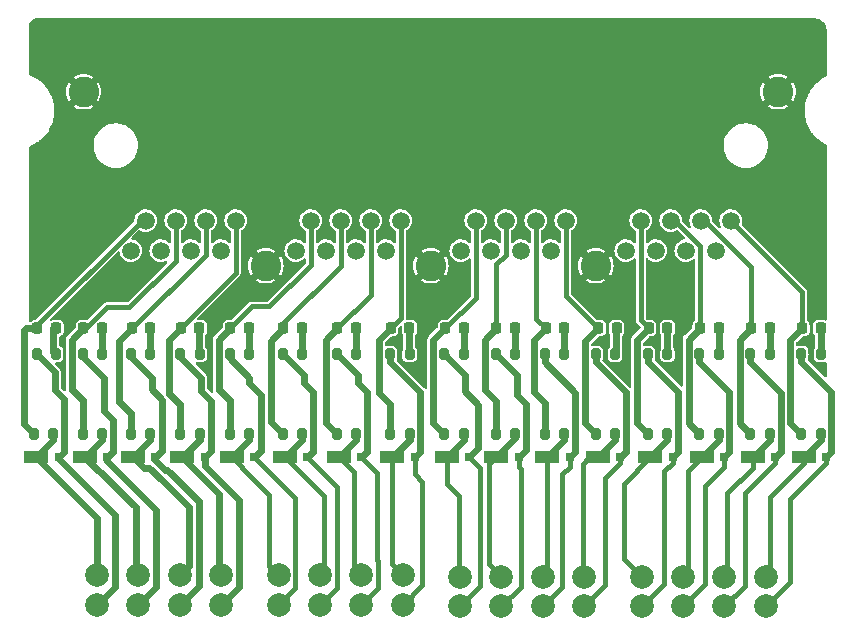
<source format=gtl>
G04 #@! TF.GenerationSoftware,KiCad,Pcbnew,(6.0.9)*
G04 #@! TF.CreationDate,2023-11-10T22:20:43+05:30*
G04 #@! TF.ProjectId,RJ45-To-Terminal,524a3435-2d54-46f2-9d54-65726d696e61,2*
G04 #@! TF.SameCoordinates,Original*
G04 #@! TF.FileFunction,Copper,L1,Top*
G04 #@! TF.FilePolarity,Positive*
%FSLAX46Y46*%
G04 Gerber Fmt 4.6, Leading zero omitted, Abs format (unit mm)*
G04 Created by KiCad (PCBNEW (6.0.9)) date 2023-11-10 22:20:43*
%MOMM*%
%LPD*%
G01*
G04 APERTURE LIST*
G04 Aperture macros list*
%AMRoundRect*
0 Rectangle with rounded corners*
0 $1 Rounding radius*
0 $2 $3 $4 $5 $6 $7 $8 $9 X,Y pos of 4 corners*
0 Add a 4 corners polygon primitive as box body*
4,1,4,$2,$3,$4,$5,$6,$7,$8,$9,$2,$3,0*
0 Add four circle primitives for the rounded corners*
1,1,$1+$1,$2,$3*
1,1,$1+$1,$4,$5*
1,1,$1+$1,$6,$7*
1,1,$1+$1,$8,$9*
0 Add four rect primitives between the rounded corners*
20,1,$1+$1,$2,$3,$4,$5,0*
20,1,$1+$1,$4,$5,$6,$7,0*
20,1,$1+$1,$6,$7,$8,$9,0*
20,1,$1+$1,$8,$9,$2,$3,0*%
G04 Aperture macros list end*
G04 #@! TA.AperFunction,ComponentPad*
%ADD10C,2.600000*%
G04 #@! TD*
G04 #@! TA.AperFunction,ComponentPad*
%ADD11C,1.500000*%
G04 #@! TD*
G04 #@! TA.AperFunction,SMDPad,CuDef*
%ADD12RoundRect,0.218750X0.218750X0.256250X-0.218750X0.256250X-0.218750X-0.256250X0.218750X-0.256250X0*%
G04 #@! TD*
G04 #@! TA.AperFunction,SMDPad,CuDef*
%ADD13RoundRect,0.200000X-0.200000X-0.275000X0.200000X-0.275000X0.200000X0.275000X-0.200000X0.275000X0*%
G04 #@! TD*
G04 #@! TA.AperFunction,ComponentPad*
%ADD14C,2.000000*%
G04 #@! TD*
G04 #@! TA.AperFunction,SMDPad,CuDef*
%ADD15R,2.000000X1.100000*%
G04 #@! TD*
G04 #@! TA.AperFunction,SMDPad,CuDef*
%ADD16R,0.800000X0.800000*%
G04 #@! TD*
G04 #@! TA.AperFunction,ViaPad*
%ADD17C,0.800000*%
G04 #@! TD*
G04 #@! TA.AperFunction,Conductor*
%ADD18C,0.609600*%
G04 #@! TD*
G04 #@! TA.AperFunction,Conductor*
%ADD19C,0.406400*%
G04 #@! TD*
G04 APERTURE END LIST*
D10*
X163728400Y-83209400D03*
X149758400Y-83209400D03*
X179158400Y-68479400D03*
X120358400Y-68479400D03*
X135788400Y-83209400D03*
D11*
X124358400Y-81939400D03*
X125628400Y-79399400D03*
X126898400Y-81939400D03*
X128168400Y-79399400D03*
X129438400Y-81939400D03*
X130708400Y-79399400D03*
X131978400Y-81939400D03*
X133248400Y-79399400D03*
X138328400Y-81939400D03*
X139598400Y-79399400D03*
X140868400Y-81939400D03*
X142138400Y-79399400D03*
X143408400Y-81939400D03*
X144678400Y-79399400D03*
X145948400Y-81939400D03*
X147218400Y-79399400D03*
X152298400Y-81939400D03*
X153568400Y-79399400D03*
X154838400Y-81939400D03*
X156108400Y-79399400D03*
X157378400Y-81939400D03*
X158648400Y-79399400D03*
X159918400Y-81939400D03*
X161188400Y-79399400D03*
X166268400Y-81939400D03*
X167538400Y-79399400D03*
X168808400Y-81939400D03*
X170078400Y-79399400D03*
X171348400Y-81939400D03*
X172618400Y-79399400D03*
X173888400Y-81939400D03*
X175158400Y-79399400D03*
D12*
X138836500Y-88519000D03*
X137261500Y-88519000D03*
D13*
X150893000Y-97468400D03*
X152543000Y-97468400D03*
D14*
X131996000Y-111937300D03*
X131996000Y-109437300D03*
X128496000Y-111937300D03*
X128496000Y-109437300D03*
X124996000Y-111937300D03*
X124996000Y-109437300D03*
X121496000Y-111937300D03*
X121496000Y-109437300D03*
D15*
X141982150Y-99441000D03*
D16*
X143882150Y-99441000D03*
D14*
X147388400Y-111937300D03*
X147388400Y-109437300D03*
X143888400Y-111937300D03*
X143888400Y-109437300D03*
X140388400Y-111937300D03*
X140388400Y-109437300D03*
X136888400Y-111937300D03*
X136888400Y-109437300D03*
D15*
X159607000Y-99441000D03*
D16*
X161507000Y-99441000D03*
D12*
X182767300Y-88519000D03*
X181192300Y-88519000D03*
D15*
X168339300Y-99441000D03*
D16*
X170239300Y-99441000D03*
D12*
X156881800Y-88519000D03*
X155306800Y-88519000D03*
D13*
X146313500Y-90721700D03*
X147963500Y-90721700D03*
X128533500Y-97468400D03*
X130183500Y-97468400D03*
D12*
X134357000Y-88519000D03*
X132782000Y-88519000D03*
D13*
X159409500Y-97468400D03*
X161059500Y-97468400D03*
D12*
X147946000Y-88519000D03*
X146371000Y-88519000D03*
D13*
X159417000Y-90721700D03*
X161067000Y-90721700D03*
D12*
X169781800Y-88519000D03*
X168206800Y-88519000D03*
X178441000Y-88519000D03*
X176866000Y-88519000D03*
D15*
X172680500Y-99441000D03*
D16*
X174580500Y-99441000D03*
D13*
X155249300Y-90721700D03*
X156899300Y-90721700D03*
D12*
X143408500Y-88519000D03*
X141833500Y-88519000D03*
D15*
X124540000Y-99441000D03*
D16*
X126440000Y-99441000D03*
D13*
X155241800Y-97468400D03*
X156891800Y-97468400D03*
X124342500Y-90721700D03*
X125992500Y-90721700D03*
X137210500Y-97468400D03*
X138860500Y-97468400D03*
D12*
X126009500Y-88519000D03*
X124434500Y-88519000D03*
D13*
X116401400Y-90721700D03*
X118051400Y-90721700D03*
X124342500Y-97468400D03*
X125992500Y-97468400D03*
D12*
X161049500Y-88519000D03*
X159474500Y-88519000D03*
X174123000Y-88519000D03*
X172548000Y-88519000D03*
D13*
X128533500Y-90721700D03*
X130183500Y-90721700D03*
X141784650Y-97468400D03*
X143434650Y-97468400D03*
D15*
X132922000Y-99441000D03*
D16*
X134822000Y-99441000D03*
D12*
X121911000Y-88519000D03*
X120336000Y-88519000D03*
D13*
X176808500Y-90721700D03*
X178458500Y-90721700D03*
X181127300Y-97468400D03*
X182777300Y-97468400D03*
X132724500Y-97468400D03*
X134374500Y-97468400D03*
X146313500Y-97468400D03*
X147963500Y-97468400D03*
X137210500Y-90721700D03*
X138860500Y-90721700D03*
D12*
X152552500Y-88519000D03*
X150977500Y-88519000D03*
X118033900Y-88519000D03*
X116458900Y-88519000D03*
D13*
X163720000Y-97468400D03*
X165370000Y-97468400D03*
X168141800Y-97468400D03*
X169791800Y-97468400D03*
X172490500Y-90721700D03*
X174140500Y-90721700D03*
D15*
X146511000Y-99441000D03*
D16*
X148411000Y-99441000D03*
D13*
X163727500Y-90721700D03*
X165377500Y-90721700D03*
D15*
X176998500Y-99441000D03*
D16*
X178898500Y-99441000D03*
D15*
X155290500Y-99441000D03*
D16*
X157190500Y-99441000D03*
D15*
X120476000Y-99441000D03*
D16*
X122376000Y-99441000D03*
D13*
X181134800Y-90721700D03*
X182784800Y-90721700D03*
D15*
X128731000Y-99441000D03*
D16*
X130631000Y-99441000D03*
D13*
X141784650Y-90721700D03*
X143434650Y-90721700D03*
X150900500Y-90721700D03*
X152550500Y-90721700D03*
D14*
X178122400Y-112038900D03*
X178122400Y-109538900D03*
X174622400Y-112038900D03*
X174622400Y-109538900D03*
X171122400Y-112038900D03*
X171122400Y-109538900D03*
X167622400Y-112038900D03*
X167622400Y-109538900D03*
X162730000Y-112038900D03*
X162730000Y-109538900D03*
X159230000Y-112038900D03*
X159230000Y-109538900D03*
X155730000Y-112038900D03*
X155730000Y-109538900D03*
X152230000Y-112038900D03*
X152230000Y-109538900D03*
D13*
X132724500Y-90721700D03*
X134374500Y-90721700D03*
X116142000Y-97468400D03*
X117792000Y-97468400D03*
X120278500Y-90721700D03*
X121928500Y-90721700D03*
D15*
X151090500Y-99441000D03*
D16*
X152990500Y-99441000D03*
D15*
X137408000Y-99441000D03*
D16*
X139308000Y-99441000D03*
D13*
X168149300Y-90721700D03*
X169799300Y-90721700D03*
D12*
X165506500Y-88519000D03*
X163931500Y-88519000D03*
X130166000Y-88519000D03*
X128591000Y-88519000D03*
D13*
X176801000Y-97468400D03*
X178451000Y-97468400D03*
D15*
X116339500Y-99441000D03*
D16*
X118239500Y-99441000D03*
D13*
X120278500Y-97468400D03*
X121928500Y-97468400D03*
X172483000Y-97468400D03*
X174133000Y-97468400D03*
D15*
X181324800Y-99441000D03*
D16*
X183224800Y-99441000D03*
D15*
X163917500Y-99441000D03*
D16*
X165817500Y-99441000D03*
D17*
X181134800Y-90721700D03*
X176808500Y-90721700D03*
X172490500Y-90721700D03*
X168149300Y-90721700D03*
X163727500Y-90721700D03*
X159417000Y-90721700D03*
X155249300Y-90721700D03*
X150942600Y-90763800D03*
X146313500Y-90721700D03*
X141784650Y-90721700D03*
X137210500Y-90721700D03*
X132724500Y-90721700D03*
X128533500Y-90721700D03*
X124342500Y-90721700D03*
X120278500Y-90721700D03*
X116401400Y-90721700D03*
D18*
X115316000Y-88696800D02*
X115316000Y-96642400D01*
X115316000Y-96642400D02*
X116142000Y-97468400D01*
X115493800Y-88519000D02*
X115316000Y-88696800D01*
X116199500Y-88519000D02*
X115493800Y-88519000D01*
X118696800Y-98983700D02*
X118239500Y-99441000D01*
X117917000Y-93741475D02*
X118696800Y-94521275D01*
X117917000Y-92237300D02*
X117917000Y-93741475D01*
X116401400Y-90721700D02*
X117917000Y-92237300D01*
X118696800Y-94521275D02*
X118696800Y-98983700D01*
D19*
X170439272Y-79399400D02*
X170078400Y-79399400D01*
X172548000Y-88519000D02*
X172548000Y-81508128D01*
X172548000Y-81508128D02*
X170439272Y-79399400D01*
X156108400Y-82300272D02*
X156108400Y-79399400D01*
X155306800Y-83092600D02*
X155316072Y-83092600D01*
X155306800Y-88519000D02*
X155306800Y-83092600D01*
X155316072Y-83092600D02*
X156108400Y-82300272D01*
X142138400Y-83209400D02*
X142138400Y-79399400D01*
X137261500Y-88086300D02*
X142138400Y-83209400D01*
X137261500Y-88519000D02*
X137261500Y-88086300D01*
X128168400Y-82778100D02*
X128168400Y-79399400D01*
X124230900Y-86715600D02*
X128168400Y-82778100D01*
X122359830Y-86715600D02*
X124230900Y-86715600D01*
X120556430Y-88519000D02*
X122359830Y-86715600D01*
X120336000Y-88519000D02*
X120556430Y-88519000D01*
D18*
X150942600Y-90763800D02*
X150900500Y-90721700D01*
X180192700Y-96533800D02*
X181127300Y-97468400D01*
X181192300Y-88519000D02*
X180192700Y-89518600D01*
X180192700Y-89518600D02*
X180192700Y-96533800D01*
X175903700Y-96571100D02*
X176801000Y-97468400D01*
X175903700Y-89481300D02*
X175903700Y-96571100D01*
X176866000Y-88519000D02*
X175903700Y-89481300D01*
X171585700Y-96571100D02*
X172483000Y-97468400D01*
X171585700Y-89481300D02*
X171585700Y-96571100D01*
X172548000Y-88519000D02*
X171585700Y-89481300D01*
X167244500Y-89481300D02*
X167244500Y-96571100D01*
X168206800Y-88519000D02*
X167244500Y-89481300D01*
X167244500Y-96571100D02*
X168141800Y-97468400D01*
X162822700Y-96571100D02*
X163720000Y-97468400D01*
X162822700Y-89627800D02*
X162822700Y-96571100D01*
X163931500Y-88519000D02*
X162822700Y-89627800D01*
X158512200Y-93945400D02*
X159409500Y-94842700D01*
X159409500Y-94842700D02*
X159409500Y-97468400D01*
X158512200Y-89481300D02*
X158512200Y-93945400D01*
X159474500Y-88519000D02*
X158512200Y-89481300D01*
X155241800Y-94637400D02*
X155241800Y-97468400D01*
X154330400Y-93726000D02*
X155241800Y-94637400D01*
X154330400Y-89495400D02*
X154330400Y-93726000D01*
X155306800Y-88519000D02*
X154330400Y-89495400D01*
X149961600Y-96537000D02*
X150893000Y-97468400D01*
X150977500Y-88519000D02*
X149961600Y-89534900D01*
X149961600Y-89534900D02*
X149961600Y-96537000D01*
X119373700Y-93719700D02*
X120278500Y-94624500D01*
X119373700Y-89481300D02*
X119373700Y-93719700D01*
X120336000Y-88519000D02*
X119373700Y-89481300D01*
X120278500Y-94624500D02*
X120278500Y-97468400D01*
X124358400Y-97452500D02*
X124342500Y-97468400D01*
X124358400Y-95707200D02*
X124358400Y-97452500D01*
X123393200Y-94742000D02*
X124358400Y-95707200D01*
X124434500Y-88519000D02*
X123393200Y-89560300D01*
X123393200Y-89560300D02*
X123393200Y-94742000D01*
X128533500Y-94958028D02*
X128533500Y-97468400D01*
X127628700Y-94053228D02*
X128533500Y-94958028D01*
X128591000Y-88519000D02*
X127628700Y-89481300D01*
X127628700Y-89481300D02*
X127628700Y-94053228D01*
X132724500Y-94624500D02*
X132724500Y-97468400D01*
X131819700Y-93719700D02*
X132724500Y-94624500D01*
X131819700Y-89481300D02*
X131819700Y-93719700D01*
X132782000Y-88519000D02*
X131819700Y-89481300D01*
X136194800Y-89585700D02*
X136194800Y-96452700D01*
X137261500Y-88519000D02*
X136194800Y-89585700D01*
X136194800Y-96452700D02*
X137210500Y-97468400D01*
X140879850Y-96563600D02*
X141784650Y-97468400D01*
X140879850Y-89472650D02*
X140879850Y-96563600D01*
X141833500Y-88519000D02*
X140879850Y-89472650D01*
D19*
X139598400Y-83159600D02*
X139598400Y-79399400D01*
X136093200Y-86664800D02*
X139598400Y-83159600D01*
X134636200Y-86664800D02*
X136093200Y-86664800D01*
X132782000Y-88519000D02*
X134636200Y-86664800D01*
X133248400Y-83820000D02*
X133248400Y-79399400D01*
X128591000Y-88477400D02*
X133248400Y-83820000D01*
X128591000Y-88519000D02*
X128591000Y-88477400D01*
X125267528Y-79399400D02*
X125628400Y-79399400D01*
X116199500Y-88467428D02*
X125267528Y-79399400D01*
X116199500Y-88519000D02*
X116199500Y-88467428D01*
X130708400Y-82300272D02*
X130708400Y-79399400D01*
X124489672Y-88519000D02*
X130708400Y-82300272D01*
X124434500Y-88519000D02*
X124489672Y-88519000D01*
X144678400Y-85674100D02*
X144678400Y-79399400D01*
X141833500Y-88519000D02*
X144678400Y-85674100D01*
X147218400Y-87671600D02*
X147218400Y-79399400D01*
X146371000Y-88519000D02*
X147218400Y-87671600D01*
X150977500Y-88519000D02*
X153568400Y-85928100D01*
X153568400Y-85928100D02*
X153568400Y-79399400D01*
X159474500Y-88519000D02*
X158648400Y-87692900D01*
X158648400Y-87692900D02*
X158648400Y-79399400D01*
X161188400Y-85775900D02*
X161188400Y-79399400D01*
X163931500Y-88519000D02*
X161188400Y-85775900D01*
X167538400Y-87850600D02*
X167538400Y-79399400D01*
X168206800Y-88519000D02*
X167538400Y-87850600D01*
X172979272Y-79399400D02*
X172618400Y-79399400D01*
X176866000Y-83286128D02*
X172979272Y-79399400D01*
X176866000Y-88519000D02*
X176866000Y-83286128D01*
X181192300Y-88519000D02*
X181192300Y-85433300D01*
X181192300Y-85433300D02*
X175158400Y-79399400D01*
X154686000Y-100045500D02*
X154686000Y-108494900D01*
X160884610Y-100869790D02*
X160884610Y-110384290D01*
D18*
X123000800Y-104331800D02*
X123000800Y-110432500D01*
X133500800Y-103020800D02*
X133500800Y-110432500D01*
D19*
X138291600Y-102910600D02*
X138291600Y-110534100D01*
D18*
X126500800Y-103894800D02*
X126500800Y-110432500D01*
X130095600Y-103171600D02*
X130095600Y-110337700D01*
X122376000Y-99770000D02*
X126500800Y-103894800D01*
X118239500Y-99570500D02*
X123000800Y-104331800D01*
D19*
X157378400Y-100435300D02*
X157378400Y-110390500D01*
X145189600Y-100748450D02*
X145189600Y-108156400D01*
X141791600Y-101924600D02*
X141791600Y-110534100D01*
X149047200Y-101526200D02*
X149047200Y-110278500D01*
X153924000Y-100374500D02*
X153924000Y-110344900D01*
D18*
X116339500Y-99441000D02*
X121496000Y-104597500D01*
X131826000Y-102536000D02*
X131826000Y-109267300D01*
D19*
X140716000Y-102749000D02*
X140716000Y-109109700D01*
X143256000Y-100714850D02*
X143256000Y-108804900D01*
D18*
X129286000Y-103639972D02*
X129286000Y-108647300D01*
X124764800Y-103682800D02*
X124764800Y-109206100D01*
X121496000Y-104597500D02*
X121496000Y-109437300D01*
D19*
X136093200Y-102616000D02*
X136093200Y-108642100D01*
X152146000Y-102743000D02*
X152146000Y-109454900D01*
X159562800Y-99485200D02*
X159562800Y-109206100D01*
X171551600Y-100569900D02*
X171551600Y-109109700D01*
X174853600Y-102463600D02*
X174853600Y-109307700D01*
X162661600Y-99974400D02*
X162661600Y-109470500D01*
X178460400Y-102768400D02*
X178460400Y-109200900D01*
X146459600Y-99492400D02*
X146459600Y-108508500D01*
X166116000Y-101664300D02*
X166116000Y-108032500D01*
X164535600Y-101179300D02*
X164535600Y-110233300D01*
X180187600Y-102934600D02*
X180187600Y-109973700D01*
X176326800Y-102469100D02*
X176326800Y-110334500D01*
X172974000Y-101853900D02*
X172974000Y-110187300D01*
X169519600Y-100617100D02*
X169519600Y-110141700D01*
D18*
X127419800Y-100495800D02*
X130095600Y-103171600D01*
D19*
X134822000Y-99441000D02*
X138291600Y-102910600D01*
D18*
X130631000Y-100151000D02*
X133500800Y-103020800D01*
D19*
X137408000Y-99441000D02*
X140716000Y-102749000D01*
X134660300Y-101183100D02*
X136093200Y-102616000D01*
D18*
X121577800Y-100495800D02*
X124764800Y-103682800D01*
X126951428Y-101305400D02*
X129286000Y-103639972D01*
X128731000Y-99441000D02*
X131826000Y-102536000D01*
D19*
X181324800Y-99904000D02*
X178460400Y-102768400D01*
X176998500Y-100318700D02*
X174853600Y-102463600D01*
X151090500Y-101687500D02*
X152146000Y-102743000D01*
X178898500Y-99897400D02*
X176326800Y-102469100D01*
X183224800Y-99897400D02*
X180187600Y-102934600D01*
D18*
X118239500Y-99441000D02*
X118239500Y-99570500D01*
X123000800Y-110432500D02*
X121496000Y-111937300D01*
X122376000Y-99441000D02*
X122376000Y-99770000D01*
X126500800Y-110432500D02*
X124996000Y-111937300D01*
X127226200Y-100495800D02*
X127419800Y-100495800D01*
X126440000Y-99709600D02*
X127226200Y-100495800D01*
X126440000Y-99441000D02*
X126440000Y-99709600D01*
X130095600Y-110337700D02*
X128496000Y-111937300D01*
X130631000Y-99441000D02*
X130631000Y-100151000D01*
X133500800Y-110432500D02*
X131996000Y-111937300D01*
D19*
X138291600Y-110534100D02*
X136888400Y-111937300D01*
X141791600Y-110534100D02*
X140388400Y-111937300D01*
X139308000Y-99441000D02*
X141791600Y-101924600D01*
X145189600Y-108156400D02*
X145291600Y-108258400D01*
X143882150Y-99441000D02*
X145189600Y-100748450D01*
X145291600Y-108258400D02*
X145291600Y-110534100D01*
X149047200Y-110278500D02*
X147388400Y-111937300D01*
X148411000Y-100890000D02*
X149047200Y-101526200D01*
X153924000Y-110344900D02*
X152230000Y-112038900D01*
X152990500Y-99441000D02*
X153924000Y-100374500D01*
X157190500Y-100247400D02*
X157378400Y-100435300D01*
X157378400Y-110390500D02*
X155730000Y-112038900D01*
X164535600Y-110233300D02*
X162730000Y-112038900D01*
X165817500Y-99897400D02*
X164535600Y-101179300D01*
X165817500Y-99441000D02*
X165817500Y-99897400D01*
X170239300Y-99897400D02*
X169519600Y-100617100D01*
X169519600Y-110141700D02*
X167622400Y-112038900D01*
X170239300Y-99441000D02*
X170239300Y-99897400D01*
X174580500Y-100247400D02*
X172974000Y-101853900D01*
X172974000Y-110187300D02*
X171122400Y-112038900D01*
X174580500Y-99441000D02*
X174580500Y-100247400D01*
X178898500Y-99441000D02*
X178898500Y-99897400D01*
X176326800Y-110334500D02*
X174622400Y-112038900D01*
X183224800Y-99441000D02*
X183224800Y-99897400D01*
X180187600Y-109973700D02*
X178122400Y-112038900D01*
X161507000Y-100247400D02*
X160884610Y-100869790D01*
X161507000Y-99441000D02*
X161507000Y-100247400D01*
X160884610Y-110384290D02*
X159230000Y-112038900D01*
X154686000Y-108494900D02*
X155730000Y-109538900D01*
X155290500Y-99441000D02*
X154686000Y-100045500D01*
D18*
X121530800Y-100495800D02*
X121577800Y-100495800D01*
X120476000Y-99441000D02*
X121530800Y-100495800D01*
X126890852Y-101305400D02*
X126951428Y-101305400D01*
X125931252Y-100345800D02*
X126890852Y-101305400D01*
X131826000Y-109267300D02*
X131996000Y-109437300D01*
D19*
X136093200Y-108642100D02*
X136888400Y-109437300D01*
X134660300Y-101179300D02*
X134660300Y-101183100D01*
X140716000Y-109109700D02*
X140388400Y-109437300D01*
X141982150Y-99441000D02*
X143256000Y-100714850D01*
X143256000Y-108804900D02*
X143888400Y-109437300D01*
X146459600Y-108508500D02*
X147388400Y-109437300D01*
X146511000Y-99441000D02*
X146459600Y-99492400D01*
X152146000Y-109454900D02*
X152230000Y-109538900D01*
X151090500Y-99441000D02*
X151090500Y-101687500D01*
X159562800Y-109206100D02*
X159230000Y-109538900D01*
X159607000Y-99441000D02*
X159562800Y-99485200D01*
X162661600Y-109470500D02*
X162730000Y-109538900D01*
X163195000Y-99441000D02*
X162661600Y-99974400D01*
X168339300Y-99441000D02*
X166116000Y-101664300D01*
X166116000Y-108032500D02*
X167622400Y-109538900D01*
X172680500Y-99441000D02*
X171551600Y-100569900D01*
X171551600Y-109109700D02*
X171122400Y-109538900D01*
X176998500Y-99441000D02*
X176998500Y-100318700D01*
X174853600Y-109307700D02*
X174622400Y-109538900D01*
X181324800Y-99441000D02*
X181324800Y-99904000D01*
X178460400Y-109200900D02*
X178122400Y-109538900D01*
X145291600Y-110534100D02*
X143888400Y-111937300D01*
X148411000Y-99441000D02*
X148411000Y-100890000D01*
X157190500Y-99441000D02*
X157190500Y-100247400D01*
D18*
X124764800Y-109206100D02*
X124996000Y-109437300D01*
X129286000Y-108647300D02*
X128496000Y-109437300D01*
X125444800Y-100345800D02*
X125931252Y-100345800D01*
X124540000Y-99441000D02*
X125444800Y-100345800D01*
D19*
X132922000Y-99441000D02*
X134660300Y-101179300D01*
X163917500Y-99441000D02*
X163195000Y-99441000D01*
D18*
X122833300Y-96297062D02*
X122833300Y-98983700D01*
X120278500Y-90721700D02*
X120278500Y-90941500D01*
X120278500Y-90941500D02*
X122053500Y-92716500D01*
X122053500Y-92716500D02*
X122053500Y-95517262D01*
X122053500Y-95517262D02*
X122833300Y-96297062D01*
X122833300Y-98983700D02*
X122376000Y-99441000D01*
X124342500Y-90721700D02*
X124342500Y-90941500D01*
X126117500Y-93686975D02*
X127000000Y-94569475D01*
X127000000Y-94569475D02*
X127000000Y-98881000D01*
X126117500Y-92716500D02*
X126117500Y-93686975D01*
X127000000Y-98881000D02*
X126440000Y-99441000D01*
X124342500Y-90941500D02*
X126117500Y-92716500D01*
X130308500Y-93813975D02*
X131191000Y-94696475D01*
X131191000Y-94696475D02*
X131191000Y-98881000D01*
X130308500Y-92716500D02*
X130308500Y-93813975D01*
X128533500Y-90941500D02*
X130308500Y-92716500D01*
X128533500Y-90721700D02*
X128533500Y-90941500D01*
X131191000Y-98881000D02*
X130631000Y-99441000D01*
X135382000Y-94179000D02*
X135382000Y-98881000D01*
X135382000Y-98881000D02*
X134822000Y-99441000D01*
X134372500Y-92716500D02*
X134372500Y-93169500D01*
X132724500Y-91068500D02*
X134372500Y-92716500D01*
X134372500Y-93169500D02*
X135382000Y-94179000D01*
X132724500Y-90721700D02*
X132724500Y-91068500D01*
X137210500Y-90721700D02*
X137210500Y-90728500D01*
X139765300Y-98983700D02*
X139308000Y-99441000D01*
X138985500Y-92503500D02*
X138985500Y-93169500D01*
X137210500Y-90728500D02*
X138985500Y-92503500D01*
X139765300Y-93949300D02*
X139765300Y-98983700D01*
X138985500Y-93169500D02*
X139765300Y-93949300D01*
X143559650Y-93169500D02*
X144339450Y-93949300D01*
X143559650Y-92496700D02*
X141784650Y-90721700D01*
X143559650Y-93169500D02*
X143559650Y-92496700D01*
X144339450Y-93949300D02*
X144339450Y-98983700D01*
X144339450Y-98983700D02*
X143882150Y-99441000D01*
X146313500Y-91394500D02*
X148868300Y-93949300D01*
X146313500Y-90721700D02*
X146313500Y-91394500D01*
X148411000Y-99441000D02*
X148868300Y-98983700D01*
X148868300Y-98983700D02*
X148868300Y-93949300D01*
X152668000Y-92489200D02*
X150942600Y-90763800D01*
X152668000Y-93867000D02*
X152668000Y-92489200D01*
X153797000Y-94996000D02*
X153797000Y-98634500D01*
X153797000Y-98634500D02*
X152990500Y-99441000D01*
X152668000Y-93867000D02*
X153797000Y-94996000D01*
X157190500Y-99441000D02*
X157796600Y-98834900D01*
X157796600Y-94931600D02*
X157016800Y-94151800D01*
X157016800Y-94151800D02*
X157016800Y-92500800D01*
X155249300Y-90733300D02*
X157016800Y-92500800D01*
X155249300Y-90721700D02*
X155249300Y-90733300D01*
X157796600Y-98834900D02*
X157796600Y-94931600D01*
X163727500Y-91402000D02*
X166274800Y-93949300D01*
X165817500Y-99441000D02*
X166274800Y-98983700D01*
X163727500Y-90721700D02*
X163727500Y-91402000D01*
X166274800Y-98983700D02*
X166274800Y-93949300D01*
X168149300Y-91402000D02*
X170696600Y-93949300D01*
X170696600Y-98983700D02*
X170696600Y-93949300D01*
X168149300Y-90721700D02*
X168149300Y-91402000D01*
X170239300Y-99441000D02*
X170696600Y-98983700D01*
X175037800Y-98983700D02*
X175037800Y-93949300D01*
X172490500Y-91402000D02*
X175037800Y-93949300D01*
X174580500Y-99441000D02*
X175037800Y-98983700D01*
X172490500Y-90721700D02*
X172490500Y-91402000D01*
X179383100Y-98956400D02*
X179383100Y-93976600D01*
X176808500Y-91402000D02*
X179383100Y-93976600D01*
X178898500Y-99441000D02*
X179383100Y-98956400D01*
X176808500Y-90721700D02*
X176808500Y-91402000D01*
X183224800Y-99441000D02*
X183682100Y-98983700D01*
X183682100Y-98983700D02*
X183682100Y-93949300D01*
X181134800Y-91402000D02*
X183682100Y-93949300D01*
X181134800Y-90721700D02*
X181134800Y-91402000D01*
X117774500Y-88519000D02*
X117774500Y-90528700D01*
X117774500Y-90528700D02*
X117792000Y-90546200D01*
X121911000Y-90577200D02*
X121928500Y-90594700D01*
X121911000Y-88519000D02*
X121911000Y-90577200D01*
X126009500Y-88519000D02*
X125992500Y-88536000D01*
X125992500Y-88536000D02*
X125992500Y-90594700D01*
X130166000Y-90577200D02*
X130183500Y-90594700D01*
X130166000Y-88519000D02*
X130166000Y-90577200D01*
X134357000Y-90704200D02*
X134374500Y-90721700D01*
X134357000Y-88519000D02*
X134357000Y-90704200D01*
X138836500Y-88519000D02*
X138836500Y-90697700D01*
X138836500Y-90697700D02*
X138860500Y-90721700D01*
X143408500Y-88519000D02*
X143408500Y-90738700D01*
X147946000Y-90704200D02*
X147963500Y-90721700D01*
X147946000Y-88519000D02*
X147946000Y-90704200D01*
X152550500Y-88521000D02*
X152550500Y-90721700D01*
X152552500Y-88519000D02*
X152550500Y-88521000D01*
X156881800Y-88519000D02*
X156881800Y-90704200D01*
X156881800Y-90704200D02*
X156899300Y-90721700D01*
X161049500Y-88519000D02*
X161049500Y-90704200D01*
X161049500Y-90704200D02*
X161067000Y-90721700D01*
X165481000Y-88544500D02*
X165481000Y-90618200D01*
X165506500Y-88519000D02*
X165481000Y-88544500D01*
X165481000Y-90618200D02*
X165377500Y-90721700D01*
X169781800Y-90704200D02*
X169799300Y-90721700D01*
X169781800Y-88519000D02*
X169781800Y-90704200D01*
X174123000Y-88519000D02*
X174123000Y-90704200D01*
X174123000Y-90704200D02*
X174140500Y-90721700D01*
X178441000Y-90704200D02*
X178458500Y-90721700D01*
X178441000Y-88519000D02*
X178441000Y-90704200D01*
X182767300Y-88519000D02*
X182767300Y-90704200D01*
X182767300Y-90704200D02*
X182784800Y-90721700D01*
X161975800Y-98972200D02*
X161975800Y-93960800D01*
X159417000Y-90721700D02*
X159417000Y-91402000D01*
X159417000Y-91402000D02*
X161975800Y-93960800D01*
X161507000Y-99441000D02*
X161975800Y-98972200D01*
X156891800Y-97839700D02*
X155290500Y-99441000D01*
X156891800Y-97468400D02*
X156891800Y-97839700D01*
X146304000Y-97458900D02*
X146313500Y-97468400D01*
X146304000Y-94948527D02*
X146304000Y-97458900D01*
X145378900Y-94023427D02*
X146304000Y-94948527D01*
X146371000Y-88519000D02*
X145378900Y-89511100D01*
X145378900Y-89511100D02*
X145378900Y-94023427D01*
X117792000Y-97468400D02*
X117792000Y-97988500D01*
X117792000Y-97988500D02*
X116339500Y-99441000D01*
X121928500Y-97468400D02*
X121928500Y-97988500D01*
X121928500Y-97988500D02*
X120476000Y-99441000D01*
X125992500Y-97468400D02*
X125992500Y-97988500D01*
X125992500Y-97988500D02*
X124540000Y-99441000D01*
X130183500Y-97988500D02*
X128731000Y-99441000D01*
X130183500Y-97468400D02*
X130183500Y-97988500D01*
X134374500Y-97988500D02*
X132922000Y-99441000D01*
X134374500Y-97468400D02*
X134374500Y-97988500D01*
X138860500Y-97988500D02*
X137408000Y-99441000D01*
X138860500Y-97468400D02*
X138860500Y-97988500D01*
X143434650Y-97988500D02*
X141982150Y-99441000D01*
X143434650Y-97468400D02*
X143434650Y-97988500D01*
X147963500Y-97988500D02*
X146511000Y-99441000D01*
X147963500Y-97468400D02*
X147963500Y-97988500D01*
X152543000Y-97468400D02*
X152543000Y-97988500D01*
X152543000Y-97988500D02*
X151090500Y-99441000D01*
X161059500Y-97988500D02*
X159607000Y-99441000D01*
X161059500Y-97468400D02*
X161059500Y-97988500D01*
X165370000Y-97468400D02*
X165370000Y-97988500D01*
X165370000Y-97988500D02*
X163917500Y-99441000D01*
X169791800Y-97988500D02*
X168339300Y-99441000D01*
X169791800Y-97468400D02*
X169791800Y-97988500D01*
X174133000Y-97988500D02*
X172680500Y-99441000D01*
X174133000Y-97468400D02*
X174133000Y-97988500D01*
X178451000Y-97468400D02*
X178451000Y-97988500D01*
X178451000Y-97988500D02*
X176998500Y-99441000D01*
X182777300Y-97468400D02*
X182777300Y-97988500D01*
X182777300Y-97988500D02*
X181324800Y-99441000D01*
G04 #@! TA.AperFunction,Conductor*
G36*
X182273914Y-62274484D02*
G01*
X182454237Y-62292245D01*
X182473573Y-62296092D01*
X182628683Y-62343143D01*
X182642199Y-62347243D01*
X182660419Y-62354790D01*
X182815831Y-62437859D01*
X182832225Y-62448813D01*
X182968450Y-62560609D01*
X182982391Y-62574550D01*
X183094187Y-62710775D01*
X183105141Y-62727169D01*
X183188210Y-62882581D01*
X183195757Y-62900801D01*
X183246908Y-63069425D01*
X183250756Y-63088766D01*
X183268516Y-63269086D01*
X183269000Y-63278947D01*
X183269000Y-67123700D01*
X183249787Y-67182831D01*
X183210401Y-67215113D01*
X183142956Y-67246101D01*
X183142950Y-67246104D01*
X183141000Y-67247000D01*
X183139122Y-67248066D01*
X182956875Y-67351503D01*
X182956861Y-67351512D01*
X182956000Y-67352000D01*
X182955166Y-67352518D01*
X182955157Y-67352523D01*
X182812385Y-67441140D01*
X182812377Y-67441145D01*
X182811000Y-67442000D01*
X182809677Y-67442945D01*
X182740621Y-67492271D01*
X182671000Y-67542000D01*
X182586000Y-67612000D01*
X182441000Y-67737000D01*
X182301000Y-67872000D01*
X182186000Y-67997000D01*
X182041000Y-68177000D01*
X182039817Y-68178752D01*
X182039813Y-68178758D01*
X181936148Y-68332337D01*
X181906000Y-68377000D01*
X181905163Y-68378435D01*
X181839694Y-68490668D01*
X181836000Y-68497000D01*
X181761000Y-68632000D01*
X181676000Y-68812000D01*
X181606000Y-68992000D01*
X181605807Y-68992530D01*
X181605802Y-68992544D01*
X181591127Y-69032900D01*
X181566000Y-69102000D01*
X181565583Y-69103390D01*
X181565581Y-69103396D01*
X181545321Y-69170931D01*
X181536000Y-69202000D01*
X181506000Y-69312000D01*
X181466000Y-69502000D01*
X181451000Y-69607000D01*
X181450944Y-69607465D01*
X181450941Y-69607485D01*
X181431087Y-69771278D01*
X181431084Y-69771311D01*
X181431000Y-69772000D01*
X181421000Y-69882000D01*
X181416000Y-70057000D01*
X181416000Y-70157000D01*
X181426000Y-70312000D01*
X181436000Y-70442000D01*
X181461000Y-70612000D01*
X181491000Y-70752000D01*
X181516000Y-70867000D01*
X181546000Y-70977000D01*
X181546336Y-70978045D01*
X181546343Y-70978069D01*
X181568051Y-71045604D01*
X181591000Y-71117000D01*
X181631000Y-71227000D01*
X181631750Y-71228673D01*
X181631752Y-71228678D01*
X181696000Y-71372000D01*
X181721711Y-71429135D01*
X181741000Y-71472000D01*
X181796000Y-71577000D01*
X181846000Y-71667000D01*
X181886000Y-71732000D01*
X181910304Y-71771770D01*
X181940480Y-71821150D01*
X181940493Y-71821170D01*
X181941000Y-71822000D01*
X181991000Y-71897000D01*
X182031000Y-71952000D01*
X182081000Y-72017000D01*
X182141000Y-72092000D01*
X182221000Y-72187000D01*
X182221971Y-72188028D01*
X182221978Y-72188036D01*
X182305491Y-72276462D01*
X182305522Y-72276493D01*
X182306000Y-72277000D01*
X182411000Y-72382000D01*
X182481000Y-72447000D01*
X182581000Y-72532000D01*
X182581713Y-72532563D01*
X182581718Y-72532567D01*
X182674602Y-72605896D01*
X182676000Y-72607000D01*
X182676980Y-72607700D01*
X182676992Y-72607709D01*
X182745620Y-72656729D01*
X182745645Y-72656747D01*
X182746000Y-72657000D01*
X182841000Y-72722000D01*
X182936000Y-72782000D01*
X182936647Y-72782381D01*
X182936669Y-72782394D01*
X183020454Y-72831679D01*
X183021000Y-72832000D01*
X183021524Y-72832291D01*
X183021564Y-72832314D01*
X183087929Y-72869183D01*
X183111000Y-72882000D01*
X183191000Y-72922000D01*
X183191319Y-72922154D01*
X183191387Y-72922187D01*
X183212041Y-72932131D01*
X183256984Y-72975093D01*
X183269000Y-73022772D01*
X183269000Y-87768629D01*
X183249787Y-87827760D01*
X183199487Y-87864305D01*
X183137313Y-87864305D01*
X183127990Y-87860444D01*
X183125276Y-87859562D01*
X183118222Y-87855968D01*
X183110403Y-87854730D01*
X183110401Y-87854729D01*
X183063912Y-87847366D01*
X183019298Y-87840300D01*
X182515302Y-87840300D01*
X182470688Y-87847366D01*
X182424199Y-87854729D01*
X182424197Y-87854730D01*
X182416378Y-87855968D01*
X182297145Y-87916720D01*
X182202520Y-88011345D01*
X182141768Y-88130578D01*
X182140530Y-88138395D01*
X182140529Y-88138399D01*
X182138027Y-88154198D01*
X182126100Y-88229502D01*
X182126100Y-88808498D01*
X182141768Y-88907422D01*
X182202520Y-89026655D01*
X182229335Y-89053470D01*
X182257561Y-89108868D01*
X182258800Y-89124605D01*
X182258800Y-90173135D01*
X182247835Y-90218806D01*
X182196073Y-90320395D01*
X182181100Y-90414930D01*
X182181100Y-91028470D01*
X182181720Y-91032383D01*
X182194834Y-91115180D01*
X182196073Y-91123005D01*
X182254129Y-91236947D01*
X182344553Y-91327371D01*
X182458495Y-91385427D01*
X182466314Y-91386665D01*
X182466316Y-91386666D01*
X182510059Y-91393594D01*
X182553030Y-91400400D01*
X183016570Y-91400400D01*
X183059541Y-91393594D01*
X183103284Y-91386666D01*
X183103286Y-91386665D01*
X183111105Y-91385427D01*
X183122728Y-91379505D01*
X183184135Y-91369777D01*
X183239534Y-91398003D01*
X183267761Y-91453400D01*
X183269000Y-91469139D01*
X183269000Y-92574202D01*
X183249787Y-92633333D01*
X183199487Y-92669878D01*
X183137313Y-92669878D01*
X183097265Y-92645337D01*
X181725053Y-91273126D01*
X181696827Y-91217728D01*
X181706552Y-91156320D01*
X181719932Y-91130060D01*
X181723527Y-91123005D01*
X181738500Y-91028470D01*
X181738500Y-90767857D01*
X181739361Y-90754726D01*
X181742848Y-90728240D01*
X181743709Y-90721700D01*
X181739361Y-90688674D01*
X181738500Y-90675543D01*
X181738500Y-90414930D01*
X181723527Y-90320395D01*
X181665471Y-90206453D01*
X181575047Y-90116029D01*
X181461105Y-90057973D01*
X181453286Y-90056735D01*
X181453284Y-90056734D01*
X181397854Y-90047955D01*
X181366570Y-90043000D01*
X180903030Y-90043000D01*
X180817537Y-90056541D01*
X180756129Y-90046815D01*
X180712165Y-90002852D01*
X180701200Y-89957180D01*
X180701200Y-89770897D01*
X180720413Y-89711766D01*
X180730665Y-89699762D01*
X181203262Y-89227165D01*
X181258660Y-89198939D01*
X181274397Y-89197700D01*
X181444298Y-89197700D01*
X181494347Y-89189773D01*
X181535401Y-89183271D01*
X181535403Y-89183270D01*
X181543222Y-89182032D01*
X181662455Y-89121280D01*
X181757080Y-89026655D01*
X181817832Y-88907422D01*
X181833500Y-88808498D01*
X181833500Y-88229502D01*
X181821573Y-88154198D01*
X181819071Y-88138399D01*
X181819070Y-88138395D01*
X181817832Y-88130578D01*
X181757080Y-88011345D01*
X181662455Y-87916720D01*
X181654128Y-87912477D01*
X181653120Y-87911469D01*
X181648996Y-87908473D01*
X181649471Y-87907820D01*
X181610166Y-87868517D01*
X181599200Y-87822843D01*
X181599200Y-85401276D01*
X181599199Y-85401270D01*
X181599199Y-85368853D01*
X181591626Y-85345543D01*
X181587943Y-85330200D01*
X181585348Y-85313814D01*
X181585347Y-85313812D01*
X181584109Y-85305994D01*
X181572985Y-85284162D01*
X181566943Y-85269576D01*
X181561816Y-85253797D01*
X181559370Y-85246268D01*
X181544959Y-85226433D01*
X181536716Y-85212981D01*
X181529186Y-85198202D01*
X181529185Y-85198201D01*
X181525592Y-85191149D01*
X181502669Y-85168226D01*
X181502666Y-85168222D01*
X176100204Y-79765761D01*
X176071978Y-79710363D01*
X176075882Y-79662872D01*
X176091347Y-79616382D01*
X176091347Y-79616380D01*
X176092900Y-79611713D01*
X176116341Y-79426158D01*
X176116715Y-79399400D01*
X176098464Y-79213262D01*
X176097042Y-79208552D01*
X176097041Y-79208547D01*
X176045830Y-79038930D01*
X176045828Y-79038926D01*
X176044406Y-79034215D01*
X175956601Y-78869077D01*
X175838392Y-78724138D01*
X175831561Y-78718487D01*
X175698071Y-78608054D01*
X175698066Y-78608051D01*
X175694283Y-78604921D01*
X175529762Y-78515965D01*
X175525064Y-78514511D01*
X175525060Y-78514509D01*
X175355793Y-78462112D01*
X175351096Y-78460658D01*
X175165090Y-78441108D01*
X175160189Y-78441554D01*
X175160186Y-78441554D01*
X174983729Y-78457613D01*
X174983727Y-78457613D01*
X174978830Y-78458059D01*
X174799409Y-78510866D01*
X174633662Y-78597516D01*
X174487902Y-78714710D01*
X174484736Y-78718483D01*
X174484732Y-78718487D01*
X174370846Y-78854212D01*
X174367681Y-78857984D01*
X174365312Y-78862292D01*
X174365310Y-78862296D01*
X174359194Y-78873422D01*
X174277579Y-79021880D01*
X174221026Y-79200155D01*
X174220478Y-79205042D01*
X174220477Y-79205046D01*
X174219006Y-79218161D01*
X174200178Y-79386020D01*
X174215829Y-79572394D01*
X174241773Y-79662872D01*
X174255391Y-79710363D01*
X174267381Y-79752179D01*
X174286398Y-79789182D01*
X174352872Y-79918527D01*
X174351748Y-79919105D01*
X174366199Y-79973773D01*
X174343722Y-80031742D01*
X174291464Y-80065429D01*
X174229386Y-80061965D01*
X174194620Y-80039304D01*
X173604577Y-79449262D01*
X173575592Y-79387944D01*
X173558944Y-79218161D01*
X173558464Y-79213262D01*
X173557042Y-79208552D01*
X173557041Y-79208547D01*
X173505830Y-79038930D01*
X173505828Y-79038926D01*
X173504406Y-79034215D01*
X173416601Y-78869077D01*
X173298392Y-78724138D01*
X173291561Y-78718487D01*
X173158071Y-78608054D01*
X173158066Y-78608051D01*
X173154283Y-78604921D01*
X172989762Y-78515965D01*
X172985064Y-78514511D01*
X172985060Y-78514509D01*
X172815793Y-78462112D01*
X172811096Y-78460658D01*
X172625090Y-78441108D01*
X172620189Y-78441554D01*
X172620186Y-78441554D01*
X172443729Y-78457613D01*
X172443727Y-78457613D01*
X172438830Y-78458059D01*
X172259409Y-78510866D01*
X172093662Y-78597516D01*
X171947902Y-78714710D01*
X171944736Y-78718483D01*
X171944732Y-78718487D01*
X171830846Y-78854212D01*
X171827681Y-78857984D01*
X171825312Y-78862292D01*
X171825310Y-78862296D01*
X171819194Y-78873422D01*
X171737579Y-79021880D01*
X171681026Y-79200155D01*
X171680478Y-79205042D01*
X171680477Y-79205046D01*
X171679006Y-79218161D01*
X171660178Y-79386020D01*
X171675829Y-79572394D01*
X171701773Y-79662872D01*
X171715391Y-79710363D01*
X171727381Y-79752179D01*
X171746398Y-79789182D01*
X171812872Y-79918527D01*
X171811751Y-79919103D01*
X171826198Y-79973787D01*
X171803714Y-80031753D01*
X171751452Y-80065433D01*
X171689374Y-80061961D01*
X171654620Y-80039305D01*
X171064577Y-79449262D01*
X171035592Y-79387944D01*
X171018944Y-79218161D01*
X171018464Y-79213262D01*
X171017042Y-79208552D01*
X171017041Y-79208547D01*
X170965830Y-79038930D01*
X170965828Y-79038926D01*
X170964406Y-79034215D01*
X170876601Y-78869077D01*
X170758392Y-78724138D01*
X170751561Y-78718487D01*
X170618071Y-78608054D01*
X170618066Y-78608051D01*
X170614283Y-78604921D01*
X170449762Y-78515965D01*
X170445064Y-78514511D01*
X170445060Y-78514509D01*
X170275793Y-78462112D01*
X170271096Y-78460658D01*
X170085090Y-78441108D01*
X170080189Y-78441554D01*
X170080186Y-78441554D01*
X169903729Y-78457613D01*
X169903727Y-78457613D01*
X169898830Y-78458059D01*
X169719409Y-78510866D01*
X169553662Y-78597516D01*
X169407902Y-78714710D01*
X169404736Y-78718483D01*
X169404732Y-78718487D01*
X169290846Y-78854212D01*
X169287681Y-78857984D01*
X169285312Y-78862292D01*
X169285310Y-78862296D01*
X169279194Y-78873422D01*
X169197579Y-79021880D01*
X169141026Y-79200155D01*
X169140478Y-79205042D01*
X169140477Y-79205046D01*
X169139006Y-79218161D01*
X169120178Y-79386020D01*
X169135829Y-79572394D01*
X169161773Y-79662872D01*
X169175391Y-79710363D01*
X169187381Y-79752179D01*
X169272872Y-79918527D01*
X169389046Y-80065102D01*
X169531477Y-80186320D01*
X169694740Y-80277564D01*
X169699421Y-80279085D01*
X169867937Y-80333840D01*
X169867940Y-80333841D01*
X169872616Y-80335360D01*
X169877498Y-80335942D01*
X169877502Y-80335943D01*
X170053441Y-80356922D01*
X170053442Y-80356922D01*
X170058331Y-80357505D01*
X170244810Y-80343156D01*
X170249550Y-80341832D01*
X170249553Y-80341832D01*
X170420208Y-80294184D01*
X170424950Y-80292860D01*
X170580754Y-80214158D01*
X170642195Y-80204646D01*
X170697246Y-80232817D01*
X171286135Y-80821706D01*
X171314361Y-80877104D01*
X171304635Y-80938512D01*
X171260671Y-80982476D01*
X171224118Y-80993027D01*
X171173729Y-80997613D01*
X171173727Y-80997613D01*
X171168830Y-80998059D01*
X170989409Y-81050866D01*
X170823662Y-81137516D01*
X170677902Y-81254710D01*
X170674736Y-81258483D01*
X170674732Y-81258487D01*
X170562592Y-81392131D01*
X170557681Y-81397984D01*
X170555312Y-81402292D01*
X170555310Y-81402296D01*
X170542785Y-81425079D01*
X170467579Y-81561880D01*
X170411026Y-81740155D01*
X170410478Y-81745042D01*
X170410477Y-81745046D01*
X170400754Y-81831729D01*
X170390178Y-81926020D01*
X170405829Y-82112394D01*
X170457381Y-82292179D01*
X170542872Y-82458527D01*
X170659046Y-82605102D01*
X170801477Y-82726320D01*
X170964740Y-82817564D01*
X170969421Y-82819085D01*
X171137937Y-82873840D01*
X171137940Y-82873841D01*
X171142616Y-82875360D01*
X171147498Y-82875942D01*
X171147502Y-82875943D01*
X171323441Y-82896922D01*
X171323442Y-82896922D01*
X171328331Y-82897505D01*
X171467002Y-82886835D01*
X171509898Y-82883534D01*
X171514810Y-82883156D01*
X171519550Y-82881832D01*
X171519553Y-82881832D01*
X171690208Y-82834184D01*
X171694950Y-82832860D01*
X171861891Y-82748532D01*
X171921137Y-82702244D01*
X171978565Y-82657377D01*
X172036989Y-82636112D01*
X172096755Y-82653250D01*
X172135033Y-82702244D01*
X172141100Y-82736651D01*
X172141100Y-87822843D01*
X172121887Y-87881974D01*
X172091134Y-87908239D01*
X172091304Y-87908473D01*
X172088335Y-87910630D01*
X172086173Y-87912477D01*
X172077845Y-87916720D01*
X171983220Y-88011345D01*
X171922468Y-88130578D01*
X171921230Y-88138395D01*
X171921229Y-88138399D01*
X171918727Y-88154198D01*
X171906800Y-88229502D01*
X171906800Y-88399403D01*
X171887587Y-88458534D01*
X171877335Y-88470538D01*
X171274388Y-89073485D01*
X171264247Y-89081588D01*
X171264262Y-89081606D01*
X171258804Y-89086251D01*
X171252742Y-89090076D01*
X171227432Y-89118734D01*
X171216593Y-89131007D01*
X171212325Y-89135548D01*
X171200318Y-89147555D01*
X171193426Y-89156751D01*
X171188344Y-89162992D01*
X171156322Y-89199251D01*
X171153275Y-89205742D01*
X171151895Y-89208680D01*
X171141336Y-89226254D01*
X171135084Y-89234595D01*
X171132568Y-89241305D01*
X171132568Y-89241306D01*
X171118102Y-89279894D01*
X171114974Y-89287318D01*
X171094419Y-89331100D01*
X171092888Y-89340935D01*
X171092817Y-89341390D01*
X171087615Y-89361217D01*
X171086472Y-89364268D01*
X171086471Y-89364272D01*
X171083955Y-89370984D01*
X171083204Y-89381095D01*
X171080372Y-89419205D01*
X171079451Y-89427230D01*
X171078163Y-89435500D01*
X171077200Y-89441686D01*
X171077200Y-89458160D01*
X171076923Y-89465614D01*
X171073161Y-89516241D01*
X171074657Y-89523249D01*
X171074657Y-89523251D01*
X171074983Y-89524780D01*
X171077200Y-89545782D01*
X171077200Y-93367902D01*
X171057987Y-93427033D01*
X171007687Y-93463578D01*
X170945513Y-93463578D01*
X170905465Y-93439037D01*
X168739553Y-91273126D01*
X168711327Y-91217728D01*
X168721052Y-91156320D01*
X168734432Y-91130060D01*
X168738027Y-91123005D01*
X168753000Y-91028470D01*
X168753000Y-90767857D01*
X168753861Y-90754726D01*
X168757348Y-90728240D01*
X168758209Y-90721700D01*
X168753861Y-90688674D01*
X168753000Y-90675543D01*
X168753000Y-90414930D01*
X168738027Y-90320395D01*
X168679971Y-90206453D01*
X168589547Y-90116029D01*
X168475605Y-90057973D01*
X168467786Y-90056735D01*
X168467784Y-90056734D01*
X168412354Y-90047955D01*
X168381070Y-90043000D01*
X167917530Y-90043000D01*
X167886246Y-90047955D01*
X167869337Y-90050633D01*
X167807929Y-90040907D01*
X167763965Y-89996943D01*
X167753000Y-89951272D01*
X167753000Y-89733597D01*
X167772213Y-89674466D01*
X167782465Y-89662462D01*
X168217763Y-89227165D01*
X168273161Y-89198939D01*
X168288898Y-89197700D01*
X168458798Y-89197700D01*
X168508847Y-89189773D01*
X168549901Y-89183271D01*
X168549903Y-89183270D01*
X168557722Y-89182032D01*
X168676955Y-89121280D01*
X168771580Y-89026655D01*
X168832332Y-88907422D01*
X168848000Y-88808498D01*
X169140600Y-88808498D01*
X169156268Y-88907422D01*
X169217020Y-89026655D01*
X169243835Y-89053470D01*
X169272061Y-89108868D01*
X169273300Y-89124605D01*
X169273300Y-90173135D01*
X169262335Y-90218806D01*
X169210573Y-90320395D01*
X169195600Y-90414930D01*
X169195600Y-91028470D01*
X169196220Y-91032383D01*
X169209334Y-91115180D01*
X169210573Y-91123005D01*
X169268629Y-91236947D01*
X169359053Y-91327371D01*
X169472995Y-91385427D01*
X169480814Y-91386665D01*
X169480816Y-91386666D01*
X169524559Y-91393594D01*
X169567530Y-91400400D01*
X170031070Y-91400400D01*
X170074041Y-91393594D01*
X170117784Y-91386666D01*
X170117786Y-91386665D01*
X170125605Y-91385427D01*
X170239547Y-91327371D01*
X170329971Y-91236947D01*
X170388027Y-91123005D01*
X170389267Y-91115180D01*
X170402380Y-91032383D01*
X170403000Y-91028470D01*
X170403000Y-90414930D01*
X170388027Y-90320395D01*
X170329971Y-90206453D01*
X170319765Y-90196247D01*
X170291539Y-90140849D01*
X170290300Y-90125112D01*
X170290300Y-89124605D01*
X170309513Y-89065474D01*
X170319765Y-89053470D01*
X170346580Y-89026655D01*
X170407332Y-88907422D01*
X170423000Y-88808498D01*
X170423000Y-88229502D01*
X170411073Y-88154198D01*
X170408571Y-88138399D01*
X170408570Y-88138395D01*
X170407332Y-88130578D01*
X170346580Y-88011345D01*
X170251955Y-87916720D01*
X170132722Y-87855968D01*
X170124903Y-87854730D01*
X170124901Y-87854729D01*
X170078412Y-87847366D01*
X170033798Y-87840300D01*
X169529802Y-87840300D01*
X169485188Y-87847366D01*
X169438699Y-87854729D01*
X169438697Y-87854730D01*
X169430878Y-87855968D01*
X169311645Y-87916720D01*
X169217020Y-88011345D01*
X169156268Y-88130578D01*
X169155030Y-88138395D01*
X169155029Y-88138399D01*
X169152527Y-88154198D01*
X169140600Y-88229502D01*
X169140600Y-88808498D01*
X168848000Y-88808498D01*
X168848000Y-88229502D01*
X168836073Y-88154198D01*
X168833571Y-88138399D01*
X168833570Y-88138395D01*
X168832332Y-88130578D01*
X168771580Y-88011345D01*
X168676955Y-87916720D01*
X168557722Y-87855968D01*
X168549903Y-87854730D01*
X168549901Y-87854729D01*
X168503412Y-87847366D01*
X168458798Y-87840300D01*
X168145213Y-87840300D01*
X168086082Y-87821087D01*
X168074078Y-87810835D01*
X167974765Y-87711522D01*
X167946539Y-87656124D01*
X167945300Y-87640387D01*
X167945300Y-82673485D01*
X167964513Y-82614354D01*
X168014813Y-82577809D01*
X168076987Y-82577809D01*
X168117458Y-82603098D01*
X168119046Y-82605102D01*
X168122793Y-82608291D01*
X168122797Y-82608295D01*
X168175620Y-82653250D01*
X168261477Y-82726320D01*
X168424740Y-82817564D01*
X168429421Y-82819085D01*
X168597937Y-82873840D01*
X168597940Y-82873841D01*
X168602616Y-82875360D01*
X168607498Y-82875942D01*
X168607502Y-82875943D01*
X168783441Y-82896922D01*
X168783442Y-82896922D01*
X168788331Y-82897505D01*
X168927002Y-82886835D01*
X168969898Y-82883534D01*
X168974810Y-82883156D01*
X168979550Y-82881832D01*
X168979553Y-82881832D01*
X169150208Y-82834184D01*
X169154950Y-82832860D01*
X169321891Y-82748532D01*
X169469273Y-82633385D01*
X169494746Y-82603874D01*
X169588267Y-82495529D01*
X169588268Y-82495527D01*
X169591482Y-82491804D01*
X169612872Y-82454151D01*
X169681433Y-82333462D01*
X169681434Y-82333459D01*
X169683864Y-82329182D01*
X169742900Y-82151713D01*
X169743516Y-82146836D01*
X169743517Y-82146832D01*
X169761646Y-82003322D01*
X169766341Y-81966158D01*
X169766634Y-81945221D01*
X169766676Y-81942213D01*
X169766676Y-81942207D01*
X169766715Y-81939400D01*
X169748464Y-81753262D01*
X169747042Y-81748552D01*
X169747041Y-81748547D01*
X169695830Y-81578930D01*
X169695828Y-81578926D01*
X169694406Y-81574215D01*
X169606601Y-81409077D01*
X169488392Y-81264138D01*
X169481561Y-81258487D01*
X169348071Y-81148054D01*
X169348066Y-81148051D01*
X169344283Y-81144921D01*
X169179762Y-81055965D01*
X169175064Y-81054511D01*
X169175060Y-81054509D01*
X169005793Y-81002112D01*
X169001096Y-81000658D01*
X168815090Y-80981108D01*
X168810189Y-80981554D01*
X168810186Y-80981554D01*
X168633729Y-80997613D01*
X168633727Y-80997613D01*
X168628830Y-80998059D01*
X168449409Y-81050866D01*
X168283662Y-81137516D01*
X168137902Y-81254710D01*
X168134733Y-81258487D01*
X168134731Y-81258489D01*
X168122963Y-81272513D01*
X168070236Y-81305460D01*
X168008214Y-81301122D01*
X167960586Y-81261157D01*
X167945300Y-81207848D01*
X167945300Y-80324264D01*
X167964513Y-80265133D01*
X168000542Y-80234470D01*
X168051891Y-80208532D01*
X168199273Y-80093385D01*
X168220932Y-80068293D01*
X168318267Y-79955529D01*
X168318268Y-79955527D01*
X168321482Y-79951804D01*
X168413864Y-79789182D01*
X168472900Y-79611713D01*
X168496341Y-79426158D01*
X168496715Y-79399400D01*
X168478464Y-79213262D01*
X168477042Y-79208552D01*
X168477041Y-79208547D01*
X168425830Y-79038930D01*
X168425828Y-79038926D01*
X168424406Y-79034215D01*
X168336601Y-78869077D01*
X168218392Y-78724138D01*
X168211561Y-78718487D01*
X168078071Y-78608054D01*
X168078066Y-78608051D01*
X168074283Y-78604921D01*
X167909762Y-78515965D01*
X167905064Y-78514511D01*
X167905060Y-78514509D01*
X167735793Y-78462112D01*
X167731096Y-78460658D01*
X167545090Y-78441108D01*
X167540189Y-78441554D01*
X167540186Y-78441554D01*
X167363729Y-78457613D01*
X167363727Y-78457613D01*
X167358830Y-78458059D01*
X167179409Y-78510866D01*
X167013662Y-78597516D01*
X166867902Y-78714710D01*
X166864736Y-78718483D01*
X166864732Y-78718487D01*
X166750846Y-78854212D01*
X166747681Y-78857984D01*
X166745312Y-78862292D01*
X166745310Y-78862296D01*
X166739194Y-78873422D01*
X166657579Y-79021880D01*
X166601026Y-79200155D01*
X166600478Y-79205042D01*
X166600477Y-79205046D01*
X166599006Y-79218161D01*
X166580178Y-79386020D01*
X166595829Y-79572394D01*
X166621773Y-79662872D01*
X166635391Y-79710363D01*
X166647381Y-79752179D01*
X166732872Y-79918527D01*
X166849046Y-80065102D01*
X166991477Y-80186320D01*
X167041581Y-80214322D01*
X167079979Y-80235782D01*
X167122222Y-80281401D01*
X167131500Y-80323598D01*
X167131500Y-81206132D01*
X167112287Y-81265263D01*
X167061987Y-81301808D01*
X166999813Y-81301808D01*
X166955170Y-81271242D01*
X166954969Y-81271442D01*
X166953921Y-81270387D01*
X166952943Y-81269717D01*
X166951504Y-81267953D01*
X166951499Y-81267948D01*
X166948392Y-81264138D01*
X166941561Y-81258487D01*
X166808071Y-81148054D01*
X166808066Y-81148051D01*
X166804283Y-81144921D01*
X166639762Y-81055965D01*
X166635064Y-81054511D01*
X166635060Y-81054509D01*
X166465793Y-81002112D01*
X166461096Y-81000658D01*
X166275090Y-80981108D01*
X166270189Y-80981554D01*
X166270186Y-80981554D01*
X166093729Y-80997613D01*
X166093727Y-80997613D01*
X166088830Y-80998059D01*
X165909409Y-81050866D01*
X165743662Y-81137516D01*
X165597902Y-81254710D01*
X165594736Y-81258483D01*
X165594732Y-81258487D01*
X165482592Y-81392131D01*
X165477681Y-81397984D01*
X165475312Y-81402292D01*
X165475310Y-81402296D01*
X165462785Y-81425079D01*
X165387579Y-81561880D01*
X165331026Y-81740155D01*
X165330478Y-81745042D01*
X165330477Y-81745046D01*
X165320754Y-81831729D01*
X165310178Y-81926020D01*
X165325829Y-82112394D01*
X165377381Y-82292179D01*
X165462872Y-82458527D01*
X165579046Y-82605102D01*
X165721477Y-82726320D01*
X165884740Y-82817564D01*
X165889421Y-82819085D01*
X166057937Y-82873840D01*
X166057940Y-82873841D01*
X166062616Y-82875360D01*
X166067498Y-82875942D01*
X166067502Y-82875943D01*
X166243441Y-82896922D01*
X166243442Y-82896922D01*
X166248331Y-82897505D01*
X166387002Y-82886835D01*
X166429898Y-82883534D01*
X166434810Y-82883156D01*
X166439550Y-82881832D01*
X166439553Y-82881832D01*
X166610208Y-82834184D01*
X166614950Y-82832860D01*
X166781891Y-82748532D01*
X166929273Y-82633385D01*
X166954746Y-82603874D01*
X167007927Y-82571666D01*
X167069884Y-82576868D01*
X167116949Y-82617494D01*
X167131500Y-82669608D01*
X167131500Y-87915046D01*
X167139073Y-87938352D01*
X167142757Y-87953698D01*
X167146591Y-87977906D01*
X167150184Y-87984957D01*
X167150184Y-87984958D01*
X167157716Y-87999740D01*
X167163755Y-88014318D01*
X167171330Y-88037632D01*
X167175986Y-88044040D01*
X167185735Y-88057458D01*
X167193981Y-88070913D01*
X167205108Y-88092751D01*
X167488380Y-88376023D01*
X167516606Y-88431421D01*
X167506880Y-88492829D01*
X167488380Y-88518293D01*
X166933188Y-89073485D01*
X166923047Y-89081588D01*
X166923062Y-89081606D01*
X166917604Y-89086251D01*
X166911542Y-89090076D01*
X166886232Y-89118734D01*
X166875393Y-89131007D01*
X166871125Y-89135548D01*
X166859118Y-89147555D01*
X166852226Y-89156751D01*
X166847144Y-89162992D01*
X166815122Y-89199251D01*
X166812075Y-89205742D01*
X166810695Y-89208680D01*
X166800136Y-89226254D01*
X166793884Y-89234595D01*
X166791368Y-89241305D01*
X166791368Y-89241306D01*
X166776902Y-89279894D01*
X166773774Y-89287318D01*
X166753219Y-89331100D01*
X166751688Y-89340935D01*
X166751617Y-89341390D01*
X166746415Y-89361217D01*
X166745272Y-89364268D01*
X166745271Y-89364272D01*
X166742755Y-89370984D01*
X166742004Y-89381095D01*
X166739172Y-89419205D01*
X166738251Y-89427230D01*
X166736963Y-89435500D01*
X166736000Y-89441686D01*
X166736000Y-89458160D01*
X166735723Y-89465614D01*
X166731961Y-89516241D01*
X166733457Y-89523249D01*
X166733457Y-89523251D01*
X166733783Y-89524780D01*
X166736000Y-89545782D01*
X166736000Y-93448502D01*
X166716787Y-93507633D01*
X166666487Y-93544178D01*
X166604313Y-93544178D01*
X166564265Y-93519637D01*
X165441250Y-92396622D01*
X164317753Y-91273126D01*
X164289527Y-91217728D01*
X164299252Y-91156320D01*
X164312632Y-91130060D01*
X164316227Y-91123005D01*
X164331200Y-91028470D01*
X164773800Y-91028470D01*
X164774420Y-91032383D01*
X164787534Y-91115180D01*
X164788773Y-91123005D01*
X164846829Y-91236947D01*
X164937253Y-91327371D01*
X165051195Y-91385427D01*
X165059014Y-91386665D01*
X165059016Y-91386666D01*
X165102759Y-91393594D01*
X165145730Y-91400400D01*
X165609270Y-91400400D01*
X165652241Y-91393594D01*
X165695984Y-91386666D01*
X165695986Y-91386665D01*
X165703805Y-91385427D01*
X165817747Y-91327371D01*
X165908171Y-91236947D01*
X165966227Y-91123005D01*
X165967467Y-91115180D01*
X165980580Y-91032383D01*
X165981200Y-91028470D01*
X165981200Y-90741738D01*
X165982592Y-90728924D01*
X165982745Y-90728516D01*
X165983252Y-90721700D01*
X165986328Y-90680295D01*
X165987249Y-90672270D01*
X165988902Y-90661655D01*
X165988902Y-90661653D01*
X165989500Y-90657814D01*
X165989500Y-90641340D01*
X165989777Y-90633885D01*
X165993008Y-90590408D01*
X165993008Y-90590406D01*
X165993539Y-90583259D01*
X165991717Y-90574723D01*
X165989500Y-90553722D01*
X165989500Y-89150105D01*
X166008713Y-89090974D01*
X166018965Y-89078970D01*
X166071280Y-89026655D01*
X166132032Y-88907422D01*
X166147700Y-88808498D01*
X166147700Y-88229502D01*
X166135773Y-88154198D01*
X166133271Y-88138399D01*
X166133270Y-88138395D01*
X166132032Y-88130578D01*
X166071280Y-88011345D01*
X165976655Y-87916720D01*
X165857422Y-87855968D01*
X165849603Y-87854730D01*
X165849601Y-87854729D01*
X165803112Y-87847366D01*
X165758498Y-87840300D01*
X165254502Y-87840300D01*
X165209888Y-87847366D01*
X165163399Y-87854729D01*
X165163397Y-87854730D01*
X165155578Y-87855968D01*
X165036345Y-87916720D01*
X164941720Y-88011345D01*
X164880968Y-88130578D01*
X164879730Y-88138395D01*
X164879729Y-88138399D01*
X164877227Y-88154198D01*
X164865300Y-88229502D01*
X164865300Y-88808498D01*
X164880968Y-88907422D01*
X164941720Y-89026655D01*
X164947319Y-89032254D01*
X164951973Y-89038660D01*
X164949425Y-89040511D01*
X164971261Y-89083368D01*
X164972500Y-89099105D01*
X164972500Y-90040693D01*
X164953287Y-90099824D01*
X164937168Y-90115944D01*
X164937253Y-90116029D01*
X164846829Y-90206453D01*
X164788773Y-90320395D01*
X164773800Y-90414930D01*
X164773800Y-91028470D01*
X164331200Y-91028470D01*
X164331200Y-90767857D01*
X164332061Y-90754726D01*
X164335548Y-90728240D01*
X164336409Y-90721700D01*
X164332061Y-90688674D01*
X164331200Y-90675543D01*
X164331200Y-90414930D01*
X164316227Y-90320395D01*
X164258171Y-90206453D01*
X164167747Y-90116029D01*
X164053805Y-90057973D01*
X164045986Y-90056735D01*
X164045984Y-90056734D01*
X163990554Y-90047955D01*
X163959270Y-90043000D01*
X163495730Y-90043000D01*
X163464446Y-90047955D01*
X163447537Y-90050633D01*
X163386129Y-90040907D01*
X163342165Y-89996943D01*
X163331200Y-89951272D01*
X163331200Y-89880097D01*
X163350413Y-89820966D01*
X163360665Y-89808962D01*
X163942462Y-89227165D01*
X163997860Y-89198939D01*
X164013597Y-89197700D01*
X164183498Y-89197700D01*
X164233547Y-89189773D01*
X164274601Y-89183271D01*
X164274603Y-89183270D01*
X164282422Y-89182032D01*
X164401655Y-89121280D01*
X164496280Y-89026655D01*
X164557032Y-88907422D01*
X164572700Y-88808498D01*
X164572700Y-88229502D01*
X164560773Y-88154198D01*
X164558271Y-88138399D01*
X164558270Y-88138395D01*
X164557032Y-88130578D01*
X164496280Y-88011345D01*
X164401655Y-87916720D01*
X164282422Y-87855968D01*
X164274603Y-87854730D01*
X164274601Y-87854729D01*
X164228112Y-87847366D01*
X164183498Y-87840300D01*
X163869914Y-87840300D01*
X163810783Y-87821087D01*
X163798779Y-87810835D01*
X161624765Y-85636822D01*
X161596539Y-85581424D01*
X161595300Y-85565687D01*
X161595300Y-84466576D01*
X162907934Y-84466576D01*
X162914407Y-84473579D01*
X163040487Y-84550840D01*
X163047499Y-84554413D01*
X163258793Y-84641935D01*
X163266299Y-84644373D01*
X163488672Y-84697760D01*
X163496464Y-84698994D01*
X163724461Y-84716938D01*
X163732339Y-84716938D01*
X163960336Y-84698994D01*
X163968128Y-84697760D01*
X164190501Y-84644373D01*
X164198007Y-84641935D01*
X164409301Y-84554413D01*
X164416313Y-84550840D01*
X164540672Y-84474634D01*
X164549078Y-84464792D01*
X164544417Y-84456469D01*
X163739668Y-83651720D01*
X163727589Y-83645565D01*
X163722477Y-83646375D01*
X162913811Y-84455041D01*
X162907934Y-84466576D01*
X161595300Y-84466576D01*
X161595300Y-83213339D01*
X162220862Y-83213339D01*
X162238806Y-83441336D01*
X162240040Y-83449128D01*
X162293427Y-83671501D01*
X162295865Y-83679007D01*
X162383387Y-83890301D01*
X162386960Y-83897313D01*
X162463166Y-84021672D01*
X162473008Y-84030078D01*
X162481331Y-84025417D01*
X163286080Y-83220668D01*
X163291408Y-83210211D01*
X164164565Y-83210211D01*
X164165375Y-83215323D01*
X164974041Y-84023989D01*
X164985576Y-84029866D01*
X164992579Y-84023393D01*
X165069840Y-83897313D01*
X165073413Y-83890301D01*
X165160935Y-83679007D01*
X165163373Y-83671501D01*
X165216760Y-83449128D01*
X165217994Y-83441336D01*
X165235938Y-83213339D01*
X165235938Y-83205461D01*
X165217994Y-82977464D01*
X165216760Y-82969672D01*
X165163373Y-82747299D01*
X165160935Y-82739793D01*
X165073413Y-82528499D01*
X165069840Y-82521487D01*
X164993634Y-82397128D01*
X164983792Y-82388722D01*
X164975469Y-82393383D01*
X164170720Y-83198132D01*
X164164565Y-83210211D01*
X163291408Y-83210211D01*
X163292235Y-83208589D01*
X163291425Y-83203477D01*
X162482759Y-82394811D01*
X162471224Y-82388934D01*
X162464221Y-82395407D01*
X162386960Y-82521487D01*
X162383387Y-82528499D01*
X162295865Y-82739793D01*
X162293427Y-82747299D01*
X162240040Y-82969672D01*
X162238806Y-82977464D01*
X162220862Y-83205461D01*
X162220862Y-83213339D01*
X161595300Y-83213339D01*
X161595300Y-81954008D01*
X162907722Y-81954008D01*
X162912383Y-81962331D01*
X163717132Y-82767080D01*
X163729211Y-82773235D01*
X163734323Y-82772425D01*
X164542989Y-81963759D01*
X164548866Y-81952224D01*
X164542393Y-81945221D01*
X164416313Y-81867960D01*
X164409301Y-81864387D01*
X164198007Y-81776865D01*
X164190501Y-81774427D01*
X163968128Y-81721040D01*
X163960336Y-81719806D01*
X163732339Y-81701862D01*
X163724461Y-81701862D01*
X163496464Y-81719806D01*
X163488672Y-81721040D01*
X163266299Y-81774427D01*
X163258793Y-81776865D01*
X163047499Y-81864387D01*
X163040487Y-81867960D01*
X162916128Y-81944166D01*
X162907722Y-81954008D01*
X161595300Y-81954008D01*
X161595300Y-80324264D01*
X161614513Y-80265133D01*
X161650542Y-80234470D01*
X161701891Y-80208532D01*
X161849273Y-80093385D01*
X161870932Y-80068293D01*
X161968267Y-79955529D01*
X161968268Y-79955527D01*
X161971482Y-79951804D01*
X162063864Y-79789182D01*
X162122900Y-79611713D01*
X162146341Y-79426158D01*
X162146715Y-79399400D01*
X162128464Y-79213262D01*
X162127042Y-79208552D01*
X162127041Y-79208547D01*
X162075830Y-79038930D01*
X162075828Y-79038926D01*
X162074406Y-79034215D01*
X161986601Y-78869077D01*
X161868392Y-78724138D01*
X161861561Y-78718487D01*
X161728071Y-78608054D01*
X161728066Y-78608051D01*
X161724283Y-78604921D01*
X161559762Y-78515965D01*
X161555064Y-78514511D01*
X161555060Y-78514509D01*
X161385793Y-78462112D01*
X161381096Y-78460658D01*
X161195090Y-78441108D01*
X161190189Y-78441554D01*
X161190186Y-78441554D01*
X161013729Y-78457613D01*
X161013727Y-78457613D01*
X161008830Y-78458059D01*
X160829409Y-78510866D01*
X160663662Y-78597516D01*
X160517902Y-78714710D01*
X160514736Y-78718483D01*
X160514732Y-78718487D01*
X160400846Y-78854212D01*
X160397681Y-78857984D01*
X160395312Y-78862292D01*
X160395310Y-78862296D01*
X160389194Y-78873422D01*
X160307579Y-79021880D01*
X160251026Y-79200155D01*
X160250478Y-79205042D01*
X160250477Y-79205046D01*
X160249006Y-79218161D01*
X160230178Y-79386020D01*
X160245829Y-79572394D01*
X160271773Y-79662872D01*
X160285391Y-79710363D01*
X160297381Y-79752179D01*
X160382872Y-79918527D01*
X160499046Y-80065102D01*
X160641477Y-80186320D01*
X160691581Y-80214322D01*
X160729979Y-80235782D01*
X160772222Y-80281401D01*
X160781500Y-80323598D01*
X160781500Y-81206132D01*
X160762287Y-81265263D01*
X160711987Y-81301808D01*
X160649813Y-81301808D01*
X160605170Y-81271242D01*
X160604969Y-81271442D01*
X160603921Y-81270387D01*
X160602943Y-81269717D01*
X160601504Y-81267953D01*
X160601499Y-81267948D01*
X160598392Y-81264138D01*
X160591561Y-81258487D01*
X160458071Y-81148054D01*
X160458066Y-81148051D01*
X160454283Y-81144921D01*
X160289762Y-81055965D01*
X160285064Y-81054511D01*
X160285060Y-81054509D01*
X160115793Y-81002112D01*
X160111096Y-81000658D01*
X159925090Y-80981108D01*
X159920189Y-80981554D01*
X159920186Y-80981554D01*
X159743729Y-80997613D01*
X159743727Y-80997613D01*
X159738830Y-80998059D01*
X159559409Y-81050866D01*
X159393662Y-81137516D01*
X159247902Y-81254710D01*
X159244733Y-81258487D01*
X159244731Y-81258489D01*
X159232963Y-81272513D01*
X159180236Y-81305460D01*
X159118214Y-81301122D01*
X159070586Y-81261157D01*
X159055300Y-81207848D01*
X159055300Y-80324264D01*
X159074513Y-80265133D01*
X159110542Y-80234470D01*
X159161891Y-80208532D01*
X159309273Y-80093385D01*
X159330932Y-80068293D01*
X159428267Y-79955529D01*
X159428268Y-79955527D01*
X159431482Y-79951804D01*
X159523864Y-79789182D01*
X159582900Y-79611713D01*
X159606341Y-79426158D01*
X159606715Y-79399400D01*
X159588464Y-79213262D01*
X159587042Y-79208552D01*
X159587041Y-79208547D01*
X159535830Y-79038930D01*
X159535828Y-79038926D01*
X159534406Y-79034215D01*
X159446601Y-78869077D01*
X159328392Y-78724138D01*
X159321561Y-78718487D01*
X159188071Y-78608054D01*
X159188066Y-78608051D01*
X159184283Y-78604921D01*
X159019762Y-78515965D01*
X159015064Y-78514511D01*
X159015060Y-78514509D01*
X158845793Y-78462112D01*
X158841096Y-78460658D01*
X158655090Y-78441108D01*
X158650189Y-78441554D01*
X158650186Y-78441554D01*
X158473729Y-78457613D01*
X158473727Y-78457613D01*
X158468830Y-78458059D01*
X158289409Y-78510866D01*
X158123662Y-78597516D01*
X157977902Y-78714710D01*
X157974736Y-78718483D01*
X157974732Y-78718487D01*
X157860846Y-78854212D01*
X157857681Y-78857984D01*
X157855312Y-78862292D01*
X157855310Y-78862296D01*
X157849194Y-78873422D01*
X157767579Y-79021880D01*
X157711026Y-79200155D01*
X157710478Y-79205042D01*
X157710477Y-79205046D01*
X157709006Y-79218161D01*
X157690178Y-79386020D01*
X157705829Y-79572394D01*
X157731773Y-79662872D01*
X157745391Y-79710363D01*
X157757381Y-79752179D01*
X157842872Y-79918527D01*
X157959046Y-80065102D01*
X158101477Y-80186320D01*
X158151581Y-80214322D01*
X158189979Y-80235782D01*
X158232222Y-80281401D01*
X158241500Y-80323598D01*
X158241500Y-81206132D01*
X158222287Y-81265263D01*
X158171987Y-81301808D01*
X158109813Y-81301808D01*
X158065170Y-81271242D01*
X158064969Y-81271442D01*
X158063921Y-81270387D01*
X158062943Y-81269717D01*
X158061504Y-81267953D01*
X158061499Y-81267948D01*
X158058392Y-81264138D01*
X158051561Y-81258487D01*
X157918071Y-81148054D01*
X157918066Y-81148051D01*
X157914283Y-81144921D01*
X157749762Y-81055965D01*
X157745064Y-81054511D01*
X157745060Y-81054509D01*
X157575793Y-81002112D01*
X157571096Y-81000658D01*
X157385090Y-80981108D01*
X157380189Y-80981554D01*
X157380186Y-80981554D01*
X157203729Y-80997613D01*
X157203727Y-80997613D01*
X157198830Y-80998059D01*
X157019409Y-81050866D01*
X156853662Y-81137516D01*
X156707902Y-81254710D01*
X156704733Y-81258487D01*
X156704731Y-81258489D01*
X156692963Y-81272513D01*
X156640236Y-81305460D01*
X156578214Y-81301122D01*
X156530586Y-81261157D01*
X156515300Y-81207848D01*
X156515300Y-80324264D01*
X156534513Y-80265133D01*
X156570542Y-80234470D01*
X156621891Y-80208532D01*
X156769273Y-80093385D01*
X156790932Y-80068293D01*
X156888267Y-79955529D01*
X156888268Y-79955527D01*
X156891482Y-79951804D01*
X156983864Y-79789182D01*
X157042900Y-79611713D01*
X157066341Y-79426158D01*
X157066715Y-79399400D01*
X157048464Y-79213262D01*
X157047042Y-79208552D01*
X157047041Y-79208547D01*
X156995830Y-79038930D01*
X156995828Y-79038926D01*
X156994406Y-79034215D01*
X156906601Y-78869077D01*
X156788392Y-78724138D01*
X156781561Y-78718487D01*
X156648071Y-78608054D01*
X156648066Y-78608051D01*
X156644283Y-78604921D01*
X156479762Y-78515965D01*
X156475064Y-78514511D01*
X156475060Y-78514509D01*
X156305793Y-78462112D01*
X156301096Y-78460658D01*
X156115090Y-78441108D01*
X156110189Y-78441554D01*
X156110186Y-78441554D01*
X155933729Y-78457613D01*
X155933727Y-78457613D01*
X155928830Y-78458059D01*
X155749409Y-78510866D01*
X155583662Y-78597516D01*
X155437902Y-78714710D01*
X155434736Y-78718483D01*
X155434732Y-78718487D01*
X155320846Y-78854212D01*
X155317681Y-78857984D01*
X155315312Y-78862292D01*
X155315310Y-78862296D01*
X155309194Y-78873422D01*
X155227579Y-79021880D01*
X155171026Y-79200155D01*
X155170478Y-79205042D01*
X155170477Y-79205046D01*
X155169006Y-79218161D01*
X155150178Y-79386020D01*
X155165829Y-79572394D01*
X155191773Y-79662872D01*
X155205391Y-79710363D01*
X155217381Y-79752179D01*
X155302872Y-79918527D01*
X155419046Y-80065102D01*
X155561477Y-80186320D01*
X155611581Y-80214322D01*
X155649979Y-80235782D01*
X155692222Y-80281401D01*
X155701500Y-80323598D01*
X155701500Y-81206132D01*
X155682287Y-81265263D01*
X155631987Y-81301808D01*
X155569813Y-81301808D01*
X155525170Y-81271242D01*
X155524969Y-81271442D01*
X155523921Y-81270387D01*
X155522943Y-81269717D01*
X155521504Y-81267953D01*
X155521499Y-81267948D01*
X155518392Y-81264138D01*
X155511561Y-81258487D01*
X155378071Y-81148054D01*
X155378066Y-81148051D01*
X155374283Y-81144921D01*
X155209762Y-81055965D01*
X155205064Y-81054511D01*
X155205060Y-81054509D01*
X155035793Y-81002112D01*
X155031096Y-81000658D01*
X154845090Y-80981108D01*
X154840189Y-80981554D01*
X154840186Y-80981554D01*
X154663729Y-80997613D01*
X154663727Y-80997613D01*
X154658830Y-80998059D01*
X154479409Y-81050866D01*
X154313662Y-81137516D01*
X154167902Y-81254710D01*
X154164733Y-81258487D01*
X154164731Y-81258489D01*
X154152963Y-81272513D01*
X154100236Y-81305460D01*
X154038214Y-81301122D01*
X153990586Y-81261157D01*
X153975300Y-81207848D01*
X153975300Y-80324264D01*
X153994513Y-80265133D01*
X154030542Y-80234470D01*
X154081891Y-80208532D01*
X154229273Y-80093385D01*
X154250932Y-80068293D01*
X154348267Y-79955529D01*
X154348268Y-79955527D01*
X154351482Y-79951804D01*
X154443864Y-79789182D01*
X154502900Y-79611713D01*
X154526341Y-79426158D01*
X154526715Y-79399400D01*
X154508464Y-79213262D01*
X154507042Y-79208552D01*
X154507041Y-79208547D01*
X154455830Y-79038930D01*
X154455828Y-79038926D01*
X154454406Y-79034215D01*
X154366601Y-78869077D01*
X154248392Y-78724138D01*
X154241561Y-78718487D01*
X154108071Y-78608054D01*
X154108066Y-78608051D01*
X154104283Y-78604921D01*
X153939762Y-78515965D01*
X153935064Y-78514511D01*
X153935060Y-78514509D01*
X153765793Y-78462112D01*
X153761096Y-78460658D01*
X153575090Y-78441108D01*
X153570189Y-78441554D01*
X153570186Y-78441554D01*
X153393729Y-78457613D01*
X153393727Y-78457613D01*
X153388830Y-78458059D01*
X153209409Y-78510866D01*
X153043662Y-78597516D01*
X152897902Y-78714710D01*
X152894736Y-78718483D01*
X152894732Y-78718487D01*
X152780846Y-78854212D01*
X152777681Y-78857984D01*
X152775312Y-78862292D01*
X152775310Y-78862296D01*
X152769194Y-78873422D01*
X152687579Y-79021880D01*
X152631026Y-79200155D01*
X152630478Y-79205042D01*
X152630477Y-79205046D01*
X152629006Y-79218161D01*
X152610178Y-79386020D01*
X152625829Y-79572394D01*
X152651773Y-79662872D01*
X152665391Y-79710363D01*
X152677381Y-79752179D01*
X152762872Y-79918527D01*
X152879046Y-80065102D01*
X153021477Y-80186320D01*
X153071581Y-80214322D01*
X153109979Y-80235782D01*
X153152222Y-80281401D01*
X153161500Y-80323598D01*
X153161500Y-81206132D01*
X153142287Y-81265263D01*
X153091987Y-81301808D01*
X153029813Y-81301808D01*
X152985170Y-81271242D01*
X152984969Y-81271442D01*
X152983921Y-81270387D01*
X152982943Y-81269717D01*
X152981504Y-81267953D01*
X152981499Y-81267948D01*
X152978392Y-81264138D01*
X152971561Y-81258487D01*
X152838071Y-81148054D01*
X152838066Y-81148051D01*
X152834283Y-81144921D01*
X152669762Y-81055965D01*
X152665064Y-81054511D01*
X152665060Y-81054509D01*
X152495793Y-81002112D01*
X152491096Y-81000658D01*
X152305090Y-80981108D01*
X152300189Y-80981554D01*
X152300186Y-80981554D01*
X152123729Y-80997613D01*
X152123727Y-80997613D01*
X152118830Y-80998059D01*
X151939409Y-81050866D01*
X151773662Y-81137516D01*
X151627902Y-81254710D01*
X151624736Y-81258483D01*
X151624732Y-81258487D01*
X151512592Y-81392131D01*
X151507681Y-81397984D01*
X151505312Y-81402292D01*
X151505310Y-81402296D01*
X151492785Y-81425079D01*
X151417579Y-81561880D01*
X151361026Y-81740155D01*
X151360478Y-81745042D01*
X151360477Y-81745046D01*
X151350754Y-81831729D01*
X151340178Y-81926020D01*
X151355829Y-82112394D01*
X151407381Y-82292179D01*
X151492872Y-82458527D01*
X151609046Y-82605102D01*
X151751477Y-82726320D01*
X151914740Y-82817564D01*
X151919421Y-82819085D01*
X152087937Y-82873840D01*
X152087940Y-82873841D01*
X152092616Y-82875360D01*
X152097498Y-82875942D01*
X152097502Y-82875943D01*
X152273441Y-82896922D01*
X152273442Y-82896922D01*
X152278331Y-82897505D01*
X152417002Y-82886835D01*
X152459898Y-82883534D01*
X152464810Y-82883156D01*
X152469550Y-82881832D01*
X152469553Y-82881832D01*
X152640208Y-82834184D01*
X152644950Y-82832860D01*
X152811891Y-82748532D01*
X152959273Y-82633385D01*
X152984746Y-82603874D01*
X153037927Y-82571666D01*
X153099884Y-82576868D01*
X153146949Y-82617494D01*
X153161500Y-82669608D01*
X153161500Y-85717887D01*
X153142287Y-85777018D01*
X153132035Y-85789022D01*
X151110222Y-87810835D01*
X151054824Y-87839061D01*
X151039087Y-87840300D01*
X150725502Y-87840300D01*
X150680888Y-87847366D01*
X150634399Y-87854729D01*
X150634397Y-87854730D01*
X150626578Y-87855968D01*
X150507345Y-87916720D01*
X150412720Y-88011345D01*
X150351968Y-88130578D01*
X150350730Y-88138395D01*
X150350729Y-88138399D01*
X150348227Y-88154198D01*
X150336300Y-88229502D01*
X150336300Y-88399403D01*
X150317087Y-88458534D01*
X150306835Y-88470538D01*
X149650288Y-89127085D01*
X149640147Y-89135188D01*
X149640162Y-89135206D01*
X149634704Y-89139851D01*
X149628642Y-89143676D01*
X149604825Y-89170644D01*
X149592493Y-89184607D01*
X149588225Y-89189148D01*
X149576218Y-89201155D01*
X149569326Y-89210351D01*
X149564244Y-89216592D01*
X149532222Y-89252851D01*
X149529175Y-89259342D01*
X149527795Y-89262280D01*
X149517236Y-89279854D01*
X149510984Y-89288195D01*
X149508468Y-89294905D01*
X149508468Y-89294906D01*
X149494002Y-89333494D01*
X149490874Y-89340918D01*
X149470319Y-89384700D01*
X149468717Y-89394990D01*
X149463515Y-89414817D01*
X149462372Y-89417868D01*
X149462371Y-89417872D01*
X149459855Y-89424584D01*
X149458611Y-89441330D01*
X149456272Y-89472805D01*
X149455351Y-89480830D01*
X149453100Y-89495286D01*
X149453100Y-89511760D01*
X149452823Y-89519214D01*
X149449061Y-89569841D01*
X149450557Y-89576849D01*
X149450557Y-89576851D01*
X149450883Y-89578380D01*
X149453100Y-89599382D01*
X149453100Y-93578064D01*
X149433887Y-93637195D01*
X149383587Y-93673740D01*
X149321413Y-93673740D01*
X149276287Y-93643729D01*
X149269514Y-93635868D01*
X149264498Y-93629551D01*
X149255875Y-93617748D01*
X149244229Y-93606102D01*
X149239153Y-93600634D01*
X149210691Y-93567602D01*
X149210689Y-93567600D01*
X149206013Y-93562173D01*
X149198684Y-93557422D01*
X149182268Y-93544141D01*
X146906284Y-91268157D01*
X146878058Y-91212759D01*
X146887784Y-91151351D01*
X146890400Y-91146217D01*
X146902227Y-91123005D01*
X146903467Y-91115180D01*
X146916580Y-91032383D01*
X146917200Y-91028470D01*
X146917200Y-90767857D01*
X146918061Y-90754726D01*
X146921548Y-90728240D01*
X146922409Y-90721700D01*
X146918061Y-90688674D01*
X146917200Y-90675543D01*
X146917200Y-90414930D01*
X146902227Y-90320395D01*
X146844171Y-90206453D01*
X146753747Y-90116029D01*
X146639805Y-90057973D01*
X146631986Y-90056735D01*
X146631984Y-90056734D01*
X146576554Y-90047955D01*
X146545270Y-90043000D01*
X146081730Y-90043000D01*
X146003737Y-90055353D01*
X145942329Y-90045627D01*
X145898365Y-90001664D01*
X145887400Y-89955992D01*
X145887400Y-89763397D01*
X145906613Y-89704266D01*
X145916865Y-89692262D01*
X146381962Y-89227165D01*
X146437360Y-89198939D01*
X146453097Y-89197700D01*
X146622998Y-89197700D01*
X146673047Y-89189773D01*
X146714101Y-89183271D01*
X146714103Y-89183270D01*
X146721922Y-89182032D01*
X146841155Y-89121280D01*
X146935780Y-89026655D01*
X146996532Y-88907422D01*
X147012200Y-88808498D01*
X147012200Y-88494913D01*
X147031413Y-88435782D01*
X147041665Y-88423778D01*
X147133065Y-88332378D01*
X147188463Y-88304152D01*
X147249871Y-88313878D01*
X147293835Y-88357842D01*
X147304800Y-88403513D01*
X147304800Y-88808498D01*
X147320468Y-88907422D01*
X147381220Y-89026655D01*
X147408035Y-89053470D01*
X147436261Y-89108868D01*
X147437500Y-89124605D01*
X147437500Y-90173135D01*
X147426535Y-90218806D01*
X147374773Y-90320395D01*
X147359800Y-90414930D01*
X147359800Y-91028470D01*
X147360420Y-91032383D01*
X147373534Y-91115180D01*
X147374773Y-91123005D01*
X147432829Y-91236947D01*
X147523253Y-91327371D01*
X147637195Y-91385427D01*
X147645014Y-91386665D01*
X147645016Y-91386666D01*
X147688759Y-91393594D01*
X147731730Y-91400400D01*
X148195270Y-91400400D01*
X148238241Y-91393594D01*
X148281984Y-91386666D01*
X148281986Y-91386665D01*
X148289805Y-91385427D01*
X148403747Y-91327371D01*
X148494171Y-91236947D01*
X148552227Y-91123005D01*
X148553467Y-91115180D01*
X148566580Y-91032383D01*
X148567200Y-91028470D01*
X148567200Y-90414930D01*
X148552227Y-90320395D01*
X148494171Y-90206453D01*
X148483965Y-90196247D01*
X148455739Y-90140849D01*
X148454500Y-90125112D01*
X148454500Y-89124605D01*
X148473713Y-89065474D01*
X148483965Y-89053470D01*
X148510780Y-89026655D01*
X148571532Y-88907422D01*
X148587200Y-88808498D01*
X148587200Y-88229502D01*
X148575273Y-88154198D01*
X148572771Y-88138399D01*
X148572770Y-88138395D01*
X148571532Y-88130578D01*
X148510780Y-88011345D01*
X148416155Y-87916720D01*
X148296922Y-87855968D01*
X148289103Y-87854730D01*
X148289101Y-87854729D01*
X148242612Y-87847366D01*
X148197998Y-87840300D01*
X147725321Y-87840300D01*
X147666190Y-87821087D01*
X147629645Y-87770787D01*
X147626912Y-87736046D01*
X147625300Y-87736046D01*
X147625300Y-84466576D01*
X148937934Y-84466576D01*
X148944407Y-84473579D01*
X149070487Y-84550840D01*
X149077499Y-84554413D01*
X149288793Y-84641935D01*
X149296299Y-84644373D01*
X149518672Y-84697760D01*
X149526464Y-84698994D01*
X149754461Y-84716938D01*
X149762339Y-84716938D01*
X149990336Y-84698994D01*
X149998128Y-84697760D01*
X150220501Y-84644373D01*
X150228007Y-84641935D01*
X150439301Y-84554413D01*
X150446313Y-84550840D01*
X150570672Y-84474634D01*
X150579078Y-84464792D01*
X150574417Y-84456469D01*
X149769668Y-83651720D01*
X149757589Y-83645565D01*
X149752477Y-83646375D01*
X148943811Y-84455041D01*
X148937934Y-84466576D01*
X147625300Y-84466576D01*
X147625300Y-83213339D01*
X148250862Y-83213339D01*
X148268806Y-83441336D01*
X148270040Y-83449128D01*
X148323427Y-83671501D01*
X148325865Y-83679007D01*
X148413387Y-83890301D01*
X148416960Y-83897313D01*
X148493166Y-84021672D01*
X148503008Y-84030078D01*
X148511331Y-84025417D01*
X149316080Y-83220668D01*
X149321408Y-83210211D01*
X150194565Y-83210211D01*
X150195375Y-83215323D01*
X151004041Y-84023989D01*
X151015576Y-84029866D01*
X151022579Y-84023393D01*
X151099840Y-83897313D01*
X151103413Y-83890301D01*
X151190935Y-83679007D01*
X151193373Y-83671501D01*
X151246760Y-83449128D01*
X151247994Y-83441336D01*
X151265938Y-83213339D01*
X151265938Y-83205461D01*
X151247994Y-82977464D01*
X151246760Y-82969672D01*
X151193373Y-82747299D01*
X151190935Y-82739793D01*
X151103413Y-82528499D01*
X151099840Y-82521487D01*
X151023634Y-82397128D01*
X151013792Y-82388722D01*
X151005469Y-82393383D01*
X150200720Y-83198132D01*
X150194565Y-83210211D01*
X149321408Y-83210211D01*
X149322235Y-83208589D01*
X149321425Y-83203477D01*
X148512759Y-82394811D01*
X148501224Y-82388934D01*
X148494221Y-82395407D01*
X148416960Y-82521487D01*
X148413387Y-82528499D01*
X148325865Y-82739793D01*
X148323427Y-82747299D01*
X148270040Y-82969672D01*
X148268806Y-82977464D01*
X148250862Y-83205461D01*
X148250862Y-83213339D01*
X147625300Y-83213339D01*
X147625300Y-81954008D01*
X148937722Y-81954008D01*
X148942383Y-81962331D01*
X149747132Y-82767080D01*
X149759211Y-82773235D01*
X149764323Y-82772425D01*
X150572989Y-81963759D01*
X150578866Y-81952224D01*
X150572393Y-81945221D01*
X150446313Y-81867960D01*
X150439301Y-81864387D01*
X150228007Y-81776865D01*
X150220501Y-81774427D01*
X149998128Y-81721040D01*
X149990336Y-81719806D01*
X149762339Y-81701862D01*
X149754461Y-81701862D01*
X149526464Y-81719806D01*
X149518672Y-81721040D01*
X149296299Y-81774427D01*
X149288793Y-81776865D01*
X149077499Y-81864387D01*
X149070487Y-81867960D01*
X148946128Y-81944166D01*
X148937722Y-81954008D01*
X147625300Y-81954008D01*
X147625300Y-80324264D01*
X147644513Y-80265133D01*
X147680542Y-80234470D01*
X147731891Y-80208532D01*
X147879273Y-80093385D01*
X147900932Y-80068293D01*
X147998267Y-79955529D01*
X147998268Y-79955527D01*
X148001482Y-79951804D01*
X148093864Y-79789182D01*
X148152900Y-79611713D01*
X148176341Y-79426158D01*
X148176715Y-79399400D01*
X148158464Y-79213262D01*
X148157042Y-79208552D01*
X148157041Y-79208547D01*
X148105830Y-79038930D01*
X148105828Y-79038926D01*
X148104406Y-79034215D01*
X148016601Y-78869077D01*
X147898392Y-78724138D01*
X147891561Y-78718487D01*
X147758071Y-78608054D01*
X147758066Y-78608051D01*
X147754283Y-78604921D01*
X147589762Y-78515965D01*
X147585064Y-78514511D01*
X147585060Y-78514509D01*
X147415793Y-78462112D01*
X147411096Y-78460658D01*
X147225090Y-78441108D01*
X147220189Y-78441554D01*
X147220186Y-78441554D01*
X147043729Y-78457613D01*
X147043727Y-78457613D01*
X147038830Y-78458059D01*
X146859409Y-78510866D01*
X146693662Y-78597516D01*
X146547902Y-78714710D01*
X146544736Y-78718483D01*
X146544732Y-78718487D01*
X146430846Y-78854212D01*
X146427681Y-78857984D01*
X146425312Y-78862292D01*
X146425310Y-78862296D01*
X146419194Y-78873422D01*
X146337579Y-79021880D01*
X146281026Y-79200155D01*
X146280478Y-79205042D01*
X146280477Y-79205046D01*
X146279006Y-79218161D01*
X146260178Y-79386020D01*
X146275829Y-79572394D01*
X146301773Y-79662872D01*
X146315391Y-79710363D01*
X146327381Y-79752179D01*
X146412872Y-79918527D01*
X146529046Y-80065102D01*
X146671477Y-80186320D01*
X146721581Y-80214322D01*
X146759979Y-80235782D01*
X146802222Y-80281401D01*
X146811500Y-80323598D01*
X146811500Y-81206132D01*
X146792287Y-81265263D01*
X146741987Y-81301808D01*
X146679813Y-81301808D01*
X146635170Y-81271242D01*
X146634969Y-81271442D01*
X146633921Y-81270387D01*
X146632943Y-81269717D01*
X146631504Y-81267953D01*
X146631499Y-81267948D01*
X146628392Y-81264138D01*
X146621561Y-81258487D01*
X146488071Y-81148054D01*
X146488066Y-81148051D01*
X146484283Y-81144921D01*
X146319762Y-81055965D01*
X146315064Y-81054511D01*
X146315060Y-81054509D01*
X146145793Y-81002112D01*
X146141096Y-81000658D01*
X145955090Y-80981108D01*
X145950189Y-80981554D01*
X145950186Y-80981554D01*
X145773729Y-80997613D01*
X145773727Y-80997613D01*
X145768830Y-80998059D01*
X145589409Y-81050866D01*
X145423662Y-81137516D01*
X145277902Y-81254710D01*
X145274733Y-81258487D01*
X145274731Y-81258489D01*
X145262963Y-81272513D01*
X145210236Y-81305460D01*
X145148214Y-81301122D01*
X145100586Y-81261157D01*
X145085300Y-81207848D01*
X145085300Y-80324264D01*
X145104513Y-80265133D01*
X145140542Y-80234470D01*
X145191891Y-80208532D01*
X145339273Y-80093385D01*
X145360932Y-80068293D01*
X145458267Y-79955529D01*
X145458268Y-79955527D01*
X145461482Y-79951804D01*
X145553864Y-79789182D01*
X145612900Y-79611713D01*
X145636341Y-79426158D01*
X145636715Y-79399400D01*
X145618464Y-79213262D01*
X145617042Y-79208552D01*
X145617041Y-79208547D01*
X145565830Y-79038930D01*
X145565828Y-79038926D01*
X145564406Y-79034215D01*
X145476601Y-78869077D01*
X145358392Y-78724138D01*
X145351561Y-78718487D01*
X145218071Y-78608054D01*
X145218066Y-78608051D01*
X145214283Y-78604921D01*
X145049762Y-78515965D01*
X145045064Y-78514511D01*
X145045060Y-78514509D01*
X144875793Y-78462112D01*
X144871096Y-78460658D01*
X144685090Y-78441108D01*
X144680189Y-78441554D01*
X144680186Y-78441554D01*
X144503729Y-78457613D01*
X144503727Y-78457613D01*
X144498830Y-78458059D01*
X144319409Y-78510866D01*
X144153662Y-78597516D01*
X144007902Y-78714710D01*
X144004736Y-78718483D01*
X144004732Y-78718487D01*
X143890846Y-78854212D01*
X143887681Y-78857984D01*
X143885312Y-78862292D01*
X143885310Y-78862296D01*
X143879194Y-78873422D01*
X143797579Y-79021880D01*
X143741026Y-79200155D01*
X143740478Y-79205042D01*
X143740477Y-79205046D01*
X143739006Y-79218161D01*
X143720178Y-79386020D01*
X143735829Y-79572394D01*
X143761773Y-79662872D01*
X143775391Y-79710363D01*
X143787381Y-79752179D01*
X143872872Y-79918527D01*
X143989046Y-80065102D01*
X144131477Y-80186320D01*
X144181581Y-80214322D01*
X144219979Y-80235782D01*
X144262222Y-80281401D01*
X144271500Y-80323598D01*
X144271500Y-81206132D01*
X144252287Y-81265263D01*
X144201987Y-81301808D01*
X144139813Y-81301808D01*
X144095170Y-81271242D01*
X144094969Y-81271442D01*
X144093921Y-81270387D01*
X144092943Y-81269717D01*
X144091504Y-81267953D01*
X144091499Y-81267948D01*
X144088392Y-81264138D01*
X144081561Y-81258487D01*
X143948071Y-81148054D01*
X143948066Y-81148051D01*
X143944283Y-81144921D01*
X143779762Y-81055965D01*
X143775064Y-81054511D01*
X143775060Y-81054509D01*
X143605793Y-81002112D01*
X143601096Y-81000658D01*
X143415090Y-80981108D01*
X143410189Y-80981554D01*
X143410186Y-80981554D01*
X143233729Y-80997613D01*
X143233727Y-80997613D01*
X143228830Y-80998059D01*
X143049409Y-81050866D01*
X142883662Y-81137516D01*
X142737902Y-81254710D01*
X142734733Y-81258487D01*
X142734731Y-81258489D01*
X142722963Y-81272513D01*
X142670236Y-81305460D01*
X142608214Y-81301122D01*
X142560586Y-81261157D01*
X142545300Y-81207848D01*
X142545300Y-80324264D01*
X142564513Y-80265133D01*
X142600542Y-80234470D01*
X142651891Y-80208532D01*
X142799273Y-80093385D01*
X142820932Y-80068293D01*
X142918267Y-79955529D01*
X142918268Y-79955527D01*
X142921482Y-79951804D01*
X143013864Y-79789182D01*
X143072900Y-79611713D01*
X143096341Y-79426158D01*
X143096715Y-79399400D01*
X143078464Y-79213262D01*
X143077042Y-79208552D01*
X143077041Y-79208547D01*
X143025830Y-79038930D01*
X143025828Y-79038926D01*
X143024406Y-79034215D01*
X142936601Y-78869077D01*
X142818392Y-78724138D01*
X142811561Y-78718487D01*
X142678071Y-78608054D01*
X142678066Y-78608051D01*
X142674283Y-78604921D01*
X142509762Y-78515965D01*
X142505064Y-78514511D01*
X142505060Y-78514509D01*
X142335793Y-78462112D01*
X142331096Y-78460658D01*
X142145090Y-78441108D01*
X142140189Y-78441554D01*
X142140186Y-78441554D01*
X141963729Y-78457613D01*
X141963727Y-78457613D01*
X141958830Y-78458059D01*
X141779409Y-78510866D01*
X141613662Y-78597516D01*
X141467902Y-78714710D01*
X141464736Y-78718483D01*
X141464732Y-78718487D01*
X141350846Y-78854212D01*
X141347681Y-78857984D01*
X141345312Y-78862292D01*
X141345310Y-78862296D01*
X141339194Y-78873422D01*
X141257579Y-79021880D01*
X141201026Y-79200155D01*
X141200478Y-79205042D01*
X141200477Y-79205046D01*
X141199006Y-79218161D01*
X141180178Y-79386020D01*
X141195829Y-79572394D01*
X141221773Y-79662872D01*
X141235391Y-79710363D01*
X141247381Y-79752179D01*
X141332872Y-79918527D01*
X141449046Y-80065102D01*
X141591477Y-80186320D01*
X141641581Y-80214322D01*
X141679979Y-80235782D01*
X141722222Y-80281401D01*
X141731500Y-80323598D01*
X141731500Y-81206132D01*
X141712287Y-81265263D01*
X141661987Y-81301808D01*
X141599813Y-81301808D01*
X141555170Y-81271242D01*
X141554969Y-81271442D01*
X141553921Y-81270387D01*
X141552943Y-81269717D01*
X141551504Y-81267953D01*
X141551499Y-81267948D01*
X141548392Y-81264138D01*
X141541561Y-81258487D01*
X141408071Y-81148054D01*
X141408066Y-81148051D01*
X141404283Y-81144921D01*
X141239762Y-81055965D01*
X141235064Y-81054511D01*
X141235060Y-81054509D01*
X141065793Y-81002112D01*
X141061096Y-81000658D01*
X140875090Y-80981108D01*
X140870189Y-80981554D01*
X140870186Y-80981554D01*
X140693729Y-80997613D01*
X140693727Y-80997613D01*
X140688830Y-80998059D01*
X140509409Y-81050866D01*
X140343662Y-81137516D01*
X140197902Y-81254710D01*
X140194733Y-81258487D01*
X140194731Y-81258489D01*
X140182963Y-81272513D01*
X140130236Y-81305460D01*
X140068214Y-81301122D01*
X140020586Y-81261157D01*
X140005300Y-81207848D01*
X140005300Y-80324264D01*
X140024513Y-80265133D01*
X140060542Y-80234470D01*
X140111891Y-80208532D01*
X140259273Y-80093385D01*
X140280932Y-80068293D01*
X140378267Y-79955529D01*
X140378268Y-79955527D01*
X140381482Y-79951804D01*
X140473864Y-79789182D01*
X140532900Y-79611713D01*
X140556341Y-79426158D01*
X140556715Y-79399400D01*
X140538464Y-79213262D01*
X140537042Y-79208552D01*
X140537041Y-79208547D01*
X140485830Y-79038930D01*
X140485828Y-79038926D01*
X140484406Y-79034215D01*
X140396601Y-78869077D01*
X140278392Y-78724138D01*
X140271561Y-78718487D01*
X140138071Y-78608054D01*
X140138066Y-78608051D01*
X140134283Y-78604921D01*
X139969762Y-78515965D01*
X139965064Y-78514511D01*
X139965060Y-78514509D01*
X139795793Y-78462112D01*
X139791096Y-78460658D01*
X139605090Y-78441108D01*
X139600189Y-78441554D01*
X139600186Y-78441554D01*
X139423729Y-78457613D01*
X139423727Y-78457613D01*
X139418830Y-78458059D01*
X139239409Y-78510866D01*
X139073662Y-78597516D01*
X138927902Y-78714710D01*
X138924736Y-78718483D01*
X138924732Y-78718487D01*
X138810846Y-78854212D01*
X138807681Y-78857984D01*
X138805312Y-78862292D01*
X138805310Y-78862296D01*
X138799194Y-78873422D01*
X138717579Y-79021880D01*
X138661026Y-79200155D01*
X138660478Y-79205042D01*
X138660477Y-79205046D01*
X138659006Y-79218161D01*
X138640178Y-79386020D01*
X138655829Y-79572394D01*
X138681773Y-79662872D01*
X138695391Y-79710363D01*
X138707381Y-79752179D01*
X138792872Y-79918527D01*
X138909046Y-80065102D01*
X139051477Y-80186320D01*
X139101581Y-80214322D01*
X139139979Y-80235782D01*
X139182222Y-80281401D01*
X139191500Y-80323598D01*
X139191500Y-81206132D01*
X139172287Y-81265263D01*
X139121987Y-81301808D01*
X139059813Y-81301808D01*
X139015170Y-81271242D01*
X139014969Y-81271442D01*
X139013921Y-81270387D01*
X139012943Y-81269717D01*
X139011504Y-81267953D01*
X139011499Y-81267948D01*
X139008392Y-81264138D01*
X139001561Y-81258487D01*
X138868071Y-81148054D01*
X138868066Y-81148051D01*
X138864283Y-81144921D01*
X138699762Y-81055965D01*
X138695064Y-81054511D01*
X138695060Y-81054509D01*
X138525793Y-81002112D01*
X138521096Y-81000658D01*
X138335090Y-80981108D01*
X138330189Y-80981554D01*
X138330186Y-80981554D01*
X138153729Y-80997613D01*
X138153727Y-80997613D01*
X138148830Y-80998059D01*
X137969409Y-81050866D01*
X137803662Y-81137516D01*
X137657902Y-81254710D01*
X137654736Y-81258483D01*
X137654732Y-81258487D01*
X137542592Y-81392131D01*
X137537681Y-81397984D01*
X137535312Y-81402292D01*
X137535310Y-81402296D01*
X137522785Y-81425079D01*
X137447579Y-81561880D01*
X137391026Y-81740155D01*
X137390478Y-81745042D01*
X137390477Y-81745046D01*
X137380754Y-81831729D01*
X137370178Y-81926020D01*
X137385829Y-82112394D01*
X137437381Y-82292179D01*
X137522872Y-82458527D01*
X137639046Y-82605102D01*
X137781477Y-82726320D01*
X137944740Y-82817564D01*
X137949421Y-82819085D01*
X138117937Y-82873840D01*
X138117940Y-82873841D01*
X138122616Y-82875360D01*
X138127498Y-82875942D01*
X138127502Y-82875943D01*
X138303441Y-82896922D01*
X138303442Y-82896922D01*
X138308331Y-82897505D01*
X138447002Y-82886835D01*
X138489898Y-82883534D01*
X138494810Y-82883156D01*
X138499550Y-82881832D01*
X138499553Y-82881832D01*
X138670208Y-82834184D01*
X138674950Y-82832860D01*
X138841891Y-82748532D01*
X138989273Y-82633385D01*
X139014746Y-82603874D01*
X139067927Y-82571666D01*
X139129884Y-82576868D01*
X139176949Y-82617494D01*
X139191500Y-82669608D01*
X139191500Y-82949386D01*
X139172287Y-83008517D01*
X139162035Y-83020521D01*
X135954122Y-86228435D01*
X135898724Y-86256661D01*
X135882987Y-86257900D01*
X134571754Y-86257900D01*
X134548448Y-86265473D01*
X134533102Y-86269157D01*
X134508894Y-86272991D01*
X134501843Y-86276584D01*
X134501842Y-86276584D01*
X134487060Y-86284116D01*
X134472482Y-86290155D01*
X134449168Y-86297730D01*
X134442759Y-86302386D01*
X134442760Y-86302386D01*
X134429342Y-86312135D01*
X134415887Y-86320381D01*
X134394049Y-86331508D01*
X132914722Y-87810835D01*
X132859324Y-87839061D01*
X132843587Y-87840300D01*
X132530002Y-87840300D01*
X132485388Y-87847366D01*
X132438899Y-87854729D01*
X132438897Y-87854730D01*
X132431078Y-87855968D01*
X132311845Y-87916720D01*
X132217220Y-88011345D01*
X132156468Y-88130578D01*
X132155230Y-88138395D01*
X132155229Y-88138399D01*
X132152727Y-88154198D01*
X132140800Y-88229502D01*
X132140800Y-88399403D01*
X132121587Y-88458534D01*
X132111335Y-88470538D01*
X131508388Y-89073485D01*
X131498247Y-89081588D01*
X131498262Y-89081606D01*
X131492804Y-89086251D01*
X131486742Y-89090076D01*
X131461432Y-89118734D01*
X131450593Y-89131007D01*
X131446325Y-89135548D01*
X131434318Y-89147555D01*
X131427426Y-89156751D01*
X131422344Y-89162992D01*
X131390322Y-89199251D01*
X131387275Y-89205742D01*
X131385895Y-89208680D01*
X131375336Y-89226254D01*
X131369084Y-89234595D01*
X131366568Y-89241305D01*
X131366568Y-89241306D01*
X131352102Y-89279894D01*
X131348974Y-89287318D01*
X131328419Y-89331100D01*
X131326888Y-89340935D01*
X131326817Y-89341390D01*
X131321615Y-89361217D01*
X131320472Y-89364268D01*
X131320471Y-89364272D01*
X131317955Y-89370984D01*
X131317204Y-89381095D01*
X131314372Y-89419205D01*
X131313451Y-89427230D01*
X131312163Y-89435500D01*
X131311200Y-89441686D01*
X131311200Y-89458160D01*
X131310923Y-89465614D01*
X131307161Y-89516241D01*
X131308657Y-89523249D01*
X131308657Y-89523251D01*
X131308983Y-89524780D01*
X131311200Y-89545782D01*
X131311200Y-93651468D01*
X131309759Y-93664366D01*
X131309783Y-93664368D01*
X131309209Y-93671506D01*
X131307626Y-93678500D01*
X131308461Y-93691955D01*
X131311007Y-93732998D01*
X131311200Y-93739227D01*
X131311200Y-93756213D01*
X131311708Y-93759760D01*
X131311708Y-93759762D01*
X131312827Y-93767574D01*
X131313650Y-93775604D01*
X131316198Y-93816668D01*
X131316645Y-93823877D01*
X131319078Y-93830615D01*
X131319078Y-93830617D01*
X131320182Y-93833674D01*
X131325139Y-93853546D01*
X131325441Y-93855651D01*
X131314821Y-93916912D01*
X131270220Y-93960230D01*
X131208676Y-93969059D01*
X131154726Y-93941073D01*
X130846465Y-93632813D01*
X130818239Y-93577415D01*
X130817000Y-93561678D01*
X130817000Y-92784733D01*
X130818441Y-92771836D01*
X130818417Y-92771834D01*
X130818992Y-92764693D01*
X130820574Y-92757700D01*
X130817193Y-92703202D01*
X130817000Y-92696973D01*
X130817000Y-92679987D01*
X130815372Y-92668619D01*
X130814550Y-92660596D01*
X130811999Y-92619474D01*
X130811999Y-92619472D01*
X130811555Y-92612323D01*
X130808018Y-92602525D01*
X130803057Y-92582628D01*
X130802596Y-92579411D01*
X130801580Y-92572313D01*
X130781560Y-92528282D01*
X130778517Y-92520807D01*
X130764530Y-92482061D01*
X130764528Y-92482057D01*
X130762096Y-92475319D01*
X130757868Y-92469532D01*
X130757867Y-92469530D01*
X130755948Y-92466903D01*
X130745603Y-92449199D01*
X130744259Y-92446243D01*
X130744258Y-92446241D01*
X130741292Y-92439718D01*
X130709713Y-92403068D01*
X130704716Y-92396775D01*
X130696075Y-92384947D01*
X130684423Y-92373295D01*
X130679353Y-92367834D01*
X130646213Y-92329373D01*
X130640198Y-92325474D01*
X130638887Y-92324624D01*
X130622470Y-92311342D01*
X130266220Y-91955092D01*
X129883261Y-91572134D01*
X129855036Y-91516737D01*
X129864762Y-91455329D01*
X129908725Y-91411365D01*
X129954397Y-91400400D01*
X130415270Y-91400400D01*
X130458241Y-91393594D01*
X130501984Y-91386666D01*
X130501986Y-91386665D01*
X130509805Y-91385427D01*
X130623747Y-91327371D01*
X130714171Y-91236947D01*
X130772227Y-91123005D01*
X130773467Y-91115180D01*
X130786580Y-91032383D01*
X130787200Y-91028470D01*
X130787200Y-90414930D01*
X130772227Y-90320395D01*
X130714171Y-90206453D01*
X130703965Y-90196247D01*
X130675739Y-90140849D01*
X130674500Y-90125112D01*
X130674500Y-89124605D01*
X130693713Y-89065474D01*
X130703965Y-89053470D01*
X130730780Y-89026655D01*
X130791532Y-88907422D01*
X130807200Y-88808498D01*
X130807200Y-88229502D01*
X130795273Y-88154198D01*
X130792771Y-88138399D01*
X130792770Y-88138395D01*
X130791532Y-88130578D01*
X130730780Y-88011345D01*
X130636155Y-87916720D01*
X130516922Y-87855968D01*
X130509103Y-87854730D01*
X130509101Y-87854729D01*
X130462612Y-87847366D01*
X130417998Y-87840300D01*
X130046413Y-87840300D01*
X129987282Y-87821087D01*
X129950737Y-87770787D01*
X129950737Y-87708613D01*
X129975278Y-87668565D01*
X131659214Y-85984630D01*
X133177268Y-84466576D01*
X134967934Y-84466576D01*
X134974407Y-84473579D01*
X135100487Y-84550840D01*
X135107499Y-84554413D01*
X135318793Y-84641935D01*
X135326299Y-84644373D01*
X135548672Y-84697760D01*
X135556464Y-84698994D01*
X135784461Y-84716938D01*
X135792339Y-84716938D01*
X136020336Y-84698994D01*
X136028128Y-84697760D01*
X136250501Y-84644373D01*
X136258007Y-84641935D01*
X136469301Y-84554413D01*
X136476313Y-84550840D01*
X136600672Y-84474634D01*
X136609078Y-84464792D01*
X136604417Y-84456469D01*
X135799668Y-83651720D01*
X135787589Y-83645565D01*
X135782477Y-83646375D01*
X134973811Y-84455041D01*
X134967934Y-84466576D01*
X133177268Y-84466576D01*
X133558766Y-84085078D01*
X133558769Y-84085074D01*
X133581692Y-84062151D01*
X133592817Y-84040317D01*
X133601059Y-84026867D01*
X133615470Y-84007032D01*
X133623043Y-83983724D01*
X133629085Y-83969138D01*
X133636615Y-83954359D01*
X133640209Y-83947306D01*
X133644043Y-83923099D01*
X133647726Y-83907757D01*
X133655299Y-83884447D01*
X133655299Y-83852030D01*
X133655300Y-83852024D01*
X133655300Y-83213339D01*
X134280862Y-83213339D01*
X134298806Y-83441336D01*
X134300040Y-83449128D01*
X134353427Y-83671501D01*
X134355865Y-83679007D01*
X134443387Y-83890301D01*
X134446960Y-83897313D01*
X134523166Y-84021672D01*
X134533008Y-84030078D01*
X134541331Y-84025417D01*
X135346080Y-83220668D01*
X135351408Y-83210211D01*
X136224565Y-83210211D01*
X136225375Y-83215323D01*
X137034041Y-84023989D01*
X137045576Y-84029866D01*
X137052579Y-84023393D01*
X137129840Y-83897313D01*
X137133413Y-83890301D01*
X137220935Y-83679007D01*
X137223373Y-83671501D01*
X137276760Y-83449128D01*
X137277994Y-83441336D01*
X137295938Y-83213339D01*
X137295938Y-83205461D01*
X137277994Y-82977464D01*
X137276760Y-82969672D01*
X137223373Y-82747299D01*
X137220935Y-82739793D01*
X137133413Y-82528499D01*
X137129840Y-82521487D01*
X137053634Y-82397128D01*
X137043792Y-82388722D01*
X137035469Y-82393383D01*
X136230720Y-83198132D01*
X136224565Y-83210211D01*
X135351408Y-83210211D01*
X135352235Y-83208589D01*
X135351425Y-83203477D01*
X134542759Y-82394811D01*
X134531224Y-82388934D01*
X134524221Y-82395407D01*
X134446960Y-82521487D01*
X134443387Y-82528499D01*
X134355865Y-82739793D01*
X134353427Y-82747299D01*
X134300040Y-82969672D01*
X134298806Y-82977464D01*
X134280862Y-83205461D01*
X134280862Y-83213339D01*
X133655300Y-83213339D01*
X133655300Y-81954008D01*
X134967722Y-81954008D01*
X134972383Y-81962331D01*
X135777132Y-82767080D01*
X135789211Y-82773235D01*
X135794323Y-82772425D01*
X136602989Y-81963759D01*
X136608866Y-81952224D01*
X136602393Y-81945221D01*
X136476313Y-81867960D01*
X136469301Y-81864387D01*
X136258007Y-81776865D01*
X136250501Y-81774427D01*
X136028128Y-81721040D01*
X136020336Y-81719806D01*
X135792339Y-81701862D01*
X135784461Y-81701862D01*
X135556464Y-81719806D01*
X135548672Y-81721040D01*
X135326299Y-81774427D01*
X135318793Y-81776865D01*
X135107499Y-81864387D01*
X135100487Y-81867960D01*
X134976128Y-81944166D01*
X134967722Y-81954008D01*
X133655300Y-81954008D01*
X133655300Y-80324264D01*
X133674513Y-80265133D01*
X133710542Y-80234470D01*
X133761891Y-80208532D01*
X133909273Y-80093385D01*
X133930932Y-80068293D01*
X134028267Y-79955529D01*
X134028268Y-79955527D01*
X134031482Y-79951804D01*
X134123864Y-79789182D01*
X134182900Y-79611713D01*
X134206341Y-79426158D01*
X134206715Y-79399400D01*
X134188464Y-79213262D01*
X134187042Y-79208552D01*
X134187041Y-79208547D01*
X134135830Y-79038930D01*
X134135828Y-79038926D01*
X134134406Y-79034215D01*
X134046601Y-78869077D01*
X133928392Y-78724138D01*
X133921561Y-78718487D01*
X133788071Y-78608054D01*
X133788066Y-78608051D01*
X133784283Y-78604921D01*
X133619762Y-78515965D01*
X133615064Y-78514511D01*
X133615060Y-78514509D01*
X133445793Y-78462112D01*
X133441096Y-78460658D01*
X133255090Y-78441108D01*
X133250189Y-78441554D01*
X133250186Y-78441554D01*
X133073729Y-78457613D01*
X133073727Y-78457613D01*
X133068830Y-78458059D01*
X132889409Y-78510866D01*
X132723662Y-78597516D01*
X132577902Y-78714710D01*
X132574736Y-78718483D01*
X132574732Y-78718487D01*
X132460846Y-78854212D01*
X132457681Y-78857984D01*
X132455312Y-78862292D01*
X132455310Y-78862296D01*
X132449194Y-78873422D01*
X132367579Y-79021880D01*
X132311026Y-79200155D01*
X132310478Y-79205042D01*
X132310477Y-79205046D01*
X132309006Y-79218161D01*
X132290178Y-79386020D01*
X132305829Y-79572394D01*
X132331773Y-79662872D01*
X132345391Y-79710363D01*
X132357381Y-79752179D01*
X132442872Y-79918527D01*
X132559046Y-80065102D01*
X132701477Y-80186320D01*
X132751581Y-80214322D01*
X132789979Y-80235782D01*
X132832222Y-80281401D01*
X132841500Y-80323598D01*
X132841500Y-81206132D01*
X132822287Y-81265263D01*
X132771987Y-81301808D01*
X132709813Y-81301808D01*
X132665170Y-81271242D01*
X132664969Y-81271442D01*
X132663921Y-81270387D01*
X132662943Y-81269717D01*
X132661504Y-81267953D01*
X132661499Y-81267948D01*
X132658392Y-81264138D01*
X132651561Y-81258487D01*
X132518071Y-81148054D01*
X132518066Y-81148051D01*
X132514283Y-81144921D01*
X132349762Y-81055965D01*
X132345064Y-81054511D01*
X132345060Y-81054509D01*
X132175793Y-81002112D01*
X132171096Y-81000658D01*
X131985090Y-80981108D01*
X131980189Y-80981554D01*
X131980186Y-80981554D01*
X131803729Y-80997613D01*
X131803727Y-80997613D01*
X131798830Y-80998059D01*
X131619409Y-81050866D01*
X131453662Y-81137516D01*
X131307902Y-81254710D01*
X131304733Y-81258487D01*
X131304731Y-81258489D01*
X131292963Y-81272513D01*
X131240236Y-81305460D01*
X131178214Y-81301122D01*
X131130586Y-81261157D01*
X131115300Y-81207848D01*
X131115300Y-80324264D01*
X131134513Y-80265133D01*
X131170542Y-80234470D01*
X131221891Y-80208532D01*
X131369273Y-80093385D01*
X131390932Y-80068293D01*
X131488267Y-79955529D01*
X131488268Y-79955527D01*
X131491482Y-79951804D01*
X131583864Y-79789182D01*
X131642900Y-79611713D01*
X131666341Y-79426158D01*
X131666715Y-79399400D01*
X131648464Y-79213262D01*
X131647042Y-79208552D01*
X131647041Y-79208547D01*
X131595830Y-79038930D01*
X131595828Y-79038926D01*
X131594406Y-79034215D01*
X131506601Y-78869077D01*
X131388392Y-78724138D01*
X131381561Y-78718487D01*
X131248071Y-78608054D01*
X131248066Y-78608051D01*
X131244283Y-78604921D01*
X131079762Y-78515965D01*
X131075064Y-78514511D01*
X131075060Y-78514509D01*
X130905793Y-78462112D01*
X130901096Y-78460658D01*
X130715090Y-78441108D01*
X130710189Y-78441554D01*
X130710186Y-78441554D01*
X130533729Y-78457613D01*
X130533727Y-78457613D01*
X130528830Y-78458059D01*
X130349409Y-78510866D01*
X130183662Y-78597516D01*
X130037902Y-78714710D01*
X130034736Y-78718483D01*
X130034732Y-78718487D01*
X129920846Y-78854212D01*
X129917681Y-78857984D01*
X129915312Y-78862292D01*
X129915310Y-78862296D01*
X129909194Y-78873422D01*
X129827579Y-79021880D01*
X129771026Y-79200155D01*
X129770478Y-79205042D01*
X129770477Y-79205046D01*
X129769006Y-79218161D01*
X129750178Y-79386020D01*
X129765829Y-79572394D01*
X129791773Y-79662872D01*
X129805391Y-79710363D01*
X129817381Y-79752179D01*
X129902872Y-79918527D01*
X130019046Y-80065102D01*
X130161477Y-80186320D01*
X130211581Y-80214322D01*
X130249979Y-80235782D01*
X130292222Y-80281401D01*
X130301500Y-80323598D01*
X130301500Y-81206132D01*
X130282287Y-81265263D01*
X130231987Y-81301808D01*
X130169813Y-81301808D01*
X130125170Y-81271242D01*
X130124969Y-81271442D01*
X130123921Y-81270387D01*
X130122943Y-81269717D01*
X130121504Y-81267953D01*
X130121499Y-81267948D01*
X130118392Y-81264138D01*
X130111561Y-81258487D01*
X129978071Y-81148054D01*
X129978066Y-81148051D01*
X129974283Y-81144921D01*
X129809762Y-81055965D01*
X129805064Y-81054511D01*
X129805060Y-81054509D01*
X129635793Y-81002112D01*
X129631096Y-81000658D01*
X129445090Y-80981108D01*
X129440189Y-80981554D01*
X129440186Y-80981554D01*
X129263729Y-80997613D01*
X129263727Y-80997613D01*
X129258830Y-80998059D01*
X129079409Y-81050866D01*
X128913662Y-81137516D01*
X128767902Y-81254710D01*
X128764733Y-81258487D01*
X128764731Y-81258489D01*
X128752963Y-81272513D01*
X128700236Y-81305460D01*
X128638214Y-81301122D01*
X128590586Y-81261157D01*
X128575300Y-81207848D01*
X128575300Y-80324264D01*
X128594513Y-80265133D01*
X128630542Y-80234470D01*
X128681891Y-80208532D01*
X128829273Y-80093385D01*
X128850932Y-80068293D01*
X128948267Y-79955529D01*
X128948268Y-79955527D01*
X128951482Y-79951804D01*
X129043864Y-79789182D01*
X129102900Y-79611713D01*
X129126341Y-79426158D01*
X129126715Y-79399400D01*
X129108464Y-79213262D01*
X129107042Y-79208552D01*
X129107041Y-79208547D01*
X129055830Y-79038930D01*
X129055828Y-79038926D01*
X129054406Y-79034215D01*
X128966601Y-78869077D01*
X128848392Y-78724138D01*
X128841561Y-78718487D01*
X128708071Y-78608054D01*
X128708066Y-78608051D01*
X128704283Y-78604921D01*
X128539762Y-78515965D01*
X128535064Y-78514511D01*
X128535060Y-78514509D01*
X128365793Y-78462112D01*
X128361096Y-78460658D01*
X128175090Y-78441108D01*
X128170189Y-78441554D01*
X128170186Y-78441554D01*
X127993729Y-78457613D01*
X127993727Y-78457613D01*
X127988830Y-78458059D01*
X127809409Y-78510866D01*
X127643662Y-78597516D01*
X127497902Y-78714710D01*
X127494736Y-78718483D01*
X127494732Y-78718487D01*
X127380846Y-78854212D01*
X127377681Y-78857984D01*
X127375312Y-78862292D01*
X127375310Y-78862296D01*
X127369194Y-78873422D01*
X127287579Y-79021880D01*
X127231026Y-79200155D01*
X127230478Y-79205042D01*
X127230477Y-79205046D01*
X127229006Y-79218161D01*
X127210178Y-79386020D01*
X127225829Y-79572394D01*
X127251773Y-79662872D01*
X127265391Y-79710363D01*
X127277381Y-79752179D01*
X127362872Y-79918527D01*
X127479046Y-80065102D01*
X127621477Y-80186320D01*
X127671581Y-80214322D01*
X127709979Y-80235782D01*
X127752222Y-80281401D01*
X127761500Y-80323598D01*
X127761500Y-81206132D01*
X127742287Y-81265263D01*
X127691987Y-81301808D01*
X127629813Y-81301808D01*
X127585170Y-81271242D01*
X127584969Y-81271442D01*
X127583921Y-81270387D01*
X127582943Y-81269717D01*
X127581504Y-81267953D01*
X127581499Y-81267948D01*
X127578392Y-81264138D01*
X127571561Y-81258487D01*
X127438071Y-81148054D01*
X127438066Y-81148051D01*
X127434283Y-81144921D01*
X127269762Y-81055965D01*
X127265064Y-81054511D01*
X127265060Y-81054509D01*
X127095793Y-81002112D01*
X127091096Y-81000658D01*
X126905090Y-80981108D01*
X126900189Y-80981554D01*
X126900186Y-80981554D01*
X126723729Y-80997613D01*
X126723727Y-80997613D01*
X126718830Y-80998059D01*
X126539409Y-81050866D01*
X126373662Y-81137516D01*
X126227902Y-81254710D01*
X126224736Y-81258483D01*
X126224732Y-81258487D01*
X126112592Y-81392131D01*
X126107681Y-81397984D01*
X126105312Y-81402292D01*
X126105310Y-81402296D01*
X126092785Y-81425079D01*
X126017579Y-81561880D01*
X125961026Y-81740155D01*
X125960478Y-81745042D01*
X125960477Y-81745046D01*
X125950754Y-81831729D01*
X125940178Y-81926020D01*
X125955829Y-82112394D01*
X126007381Y-82292179D01*
X126092872Y-82458527D01*
X126209046Y-82605102D01*
X126351477Y-82726320D01*
X126514740Y-82817564D01*
X126519421Y-82819085D01*
X126687937Y-82873840D01*
X126687940Y-82873841D01*
X126692616Y-82875360D01*
X126697498Y-82875942D01*
X126697502Y-82875943D01*
X126873441Y-82896922D01*
X126873442Y-82896922D01*
X126878331Y-82897505D01*
X127017002Y-82886835D01*
X127059898Y-82883534D01*
X127064810Y-82883156D01*
X127069550Y-82881832D01*
X127069553Y-82881832D01*
X127240208Y-82834184D01*
X127244950Y-82832860D01*
X127276930Y-82816706D01*
X127338370Y-82807194D01*
X127393669Y-82835613D01*
X127421703Y-82891109D01*
X127411763Y-82952484D01*
X127393422Y-82977635D01*
X124091822Y-86279235D01*
X124036424Y-86307461D01*
X124020687Y-86308700D01*
X122295384Y-86308700D01*
X122272078Y-86316273D01*
X122256732Y-86319957D01*
X122232524Y-86323791D01*
X122225473Y-86327384D01*
X122225472Y-86327384D01*
X122210690Y-86334916D01*
X122196112Y-86340955D01*
X122172798Y-86348530D01*
X122166389Y-86353186D01*
X122166390Y-86353186D01*
X122152972Y-86362935D01*
X122139517Y-86371181D01*
X122117679Y-86382308D01*
X120686130Y-87813857D01*
X120630732Y-87842083D01*
X120599262Y-87842084D01*
X120587998Y-87840300D01*
X120084002Y-87840300D01*
X120039388Y-87847366D01*
X119992899Y-87854729D01*
X119992897Y-87854730D01*
X119985078Y-87855968D01*
X119865845Y-87916720D01*
X119771220Y-88011345D01*
X119710468Y-88130578D01*
X119709230Y-88138395D01*
X119709229Y-88138399D01*
X119706727Y-88154198D01*
X119694800Y-88229502D01*
X119694800Y-88399403D01*
X119675587Y-88458534D01*
X119665335Y-88470538D01*
X119062388Y-89073485D01*
X119052247Y-89081588D01*
X119052262Y-89081606D01*
X119046804Y-89086251D01*
X119040742Y-89090076D01*
X119015432Y-89118734D01*
X119004593Y-89131007D01*
X119000325Y-89135548D01*
X118988318Y-89147555D01*
X118981426Y-89156751D01*
X118976344Y-89162992D01*
X118944322Y-89199251D01*
X118941275Y-89205742D01*
X118939895Y-89208680D01*
X118929336Y-89226254D01*
X118923084Y-89234595D01*
X118920568Y-89241305D01*
X118920568Y-89241306D01*
X118906102Y-89279894D01*
X118902974Y-89287318D01*
X118882419Y-89331100D01*
X118880888Y-89340935D01*
X118880817Y-89341390D01*
X118875615Y-89361217D01*
X118874472Y-89364268D01*
X118874471Y-89364272D01*
X118871955Y-89370984D01*
X118871204Y-89381095D01*
X118868372Y-89419205D01*
X118867451Y-89427230D01*
X118866163Y-89435500D01*
X118865200Y-89441686D01*
X118865200Y-89458160D01*
X118864923Y-89465614D01*
X118861161Y-89516241D01*
X118862657Y-89523249D01*
X118862657Y-89523251D01*
X118862983Y-89524780D01*
X118865200Y-89545782D01*
X118865200Y-93651468D01*
X118863759Y-93664366D01*
X118863783Y-93664368D01*
X118863209Y-93671506D01*
X118861626Y-93678500D01*
X118862461Y-93691955D01*
X118864243Y-93720685D01*
X118848728Y-93780892D01*
X118800787Y-93820482D01*
X118738733Y-93824332D01*
X118692701Y-93798049D01*
X118454965Y-93560313D01*
X118426739Y-93504915D01*
X118425500Y-93489178D01*
X118425500Y-92305533D01*
X118426941Y-92292636D01*
X118426917Y-92292634D01*
X118427492Y-92285493D01*
X118429074Y-92278500D01*
X118425693Y-92224002D01*
X118425500Y-92217773D01*
X118425500Y-92200787D01*
X118423872Y-92189419D01*
X118423050Y-92181396D01*
X118420499Y-92140274D01*
X118420499Y-92140272D01*
X118420055Y-92133123D01*
X118416518Y-92123325D01*
X118411557Y-92103428D01*
X118411096Y-92100211D01*
X118410080Y-92093113D01*
X118390060Y-92049082D01*
X118387017Y-92041607D01*
X118373030Y-92002861D01*
X118373030Y-92002860D01*
X118370596Y-91996119D01*
X118366367Y-91990330D01*
X118364448Y-91987703D01*
X118354103Y-91969999D01*
X118352759Y-91967043D01*
X118352758Y-91967041D01*
X118349792Y-91960518D01*
X118318213Y-91923868D01*
X118313216Y-91917575D01*
X118304575Y-91905747D01*
X118292923Y-91894095D01*
X118287858Y-91888640D01*
X118254713Y-91850173D01*
X118248698Y-91846274D01*
X118247387Y-91845424D01*
X118230970Y-91832142D01*
X117970963Y-91572135D01*
X117942737Y-91516737D01*
X117952463Y-91455329D01*
X117996427Y-91411365D01*
X118042098Y-91400400D01*
X118283170Y-91400400D01*
X118326141Y-91393594D01*
X118369884Y-91386666D01*
X118369886Y-91386665D01*
X118377705Y-91385427D01*
X118491647Y-91327371D01*
X118582071Y-91236947D01*
X118640127Y-91123005D01*
X118641367Y-91115180D01*
X118654480Y-91032383D01*
X118655100Y-91028470D01*
X118655100Y-90414930D01*
X118640127Y-90320395D01*
X118582071Y-90206453D01*
X118491647Y-90116029D01*
X118377705Y-90057973D01*
X118367861Y-90056414D01*
X118366036Y-90055484D01*
X118362355Y-90054288D01*
X118362544Y-90053705D01*
X118312464Y-90028187D01*
X118284238Y-89972789D01*
X118283000Y-89957053D01*
X118283000Y-89284079D01*
X118302213Y-89224948D01*
X118352513Y-89188403D01*
X118367863Y-89184718D01*
X118377001Y-89183271D01*
X118377003Y-89183270D01*
X118384822Y-89182032D01*
X118504055Y-89121280D01*
X118598680Y-89026655D01*
X118659432Y-88907422D01*
X118675100Y-88808498D01*
X118675100Y-88229502D01*
X118663173Y-88154198D01*
X118660671Y-88138399D01*
X118660670Y-88138395D01*
X118659432Y-88130578D01*
X118598680Y-88011345D01*
X118504055Y-87916720D01*
X118384822Y-87855968D01*
X118377003Y-87854730D01*
X118377001Y-87854729D01*
X118330512Y-87847366D01*
X118285898Y-87840300D01*
X117781902Y-87840300D01*
X117737288Y-87847366D01*
X117690799Y-87854729D01*
X117690797Y-87854730D01*
X117682978Y-87855968D01*
X117644242Y-87875705D01*
X117582834Y-87885431D01*
X117527436Y-87857205D01*
X117499210Y-87801807D01*
X117508936Y-87740399D01*
X117527436Y-87714935D01*
X123240438Y-82001933D01*
X123295836Y-81973707D01*
X123357244Y-81983433D01*
X123401208Y-82027397D01*
X123411819Y-82064648D01*
X123415829Y-82112394D01*
X123467381Y-82292179D01*
X123552872Y-82458527D01*
X123669046Y-82605102D01*
X123811477Y-82726320D01*
X123974740Y-82817564D01*
X123979421Y-82819085D01*
X124147937Y-82873840D01*
X124147940Y-82873841D01*
X124152616Y-82875360D01*
X124157498Y-82875942D01*
X124157502Y-82875943D01*
X124333441Y-82896922D01*
X124333442Y-82896922D01*
X124338331Y-82897505D01*
X124477002Y-82886835D01*
X124519898Y-82883534D01*
X124524810Y-82883156D01*
X124529550Y-82881832D01*
X124529553Y-82881832D01*
X124700208Y-82834184D01*
X124704950Y-82832860D01*
X124871891Y-82748532D01*
X125019273Y-82633385D01*
X125044746Y-82603874D01*
X125138267Y-82495529D01*
X125138268Y-82495527D01*
X125141482Y-82491804D01*
X125162872Y-82454151D01*
X125231433Y-82333462D01*
X125231434Y-82333459D01*
X125233864Y-82329182D01*
X125292900Y-82151713D01*
X125293516Y-82146836D01*
X125293517Y-82146832D01*
X125311646Y-82003322D01*
X125316341Y-81966158D01*
X125316634Y-81945221D01*
X125316676Y-81942213D01*
X125316676Y-81942207D01*
X125316715Y-81939400D01*
X125298464Y-81753262D01*
X125297042Y-81748552D01*
X125297041Y-81748547D01*
X125245830Y-81578930D01*
X125245828Y-81578926D01*
X125244406Y-81574215D01*
X125156601Y-81409077D01*
X125038392Y-81264138D01*
X125031561Y-81258487D01*
X124898071Y-81148054D01*
X124898066Y-81148051D01*
X124894283Y-81144921D01*
X124729762Y-81055965D01*
X124725064Y-81054511D01*
X124725060Y-81054509D01*
X124555793Y-81002112D01*
X124551096Y-81000658D01*
X124480894Y-80993279D01*
X124424096Y-80967992D01*
X124393009Y-80914148D01*
X124399507Y-80852314D01*
X124420275Y-80822096D01*
X125011368Y-80231003D01*
X125066766Y-80202777D01*
X125131581Y-80214322D01*
X125244740Y-80277564D01*
X125249421Y-80279085D01*
X125417937Y-80333840D01*
X125417940Y-80333841D01*
X125422616Y-80335360D01*
X125427498Y-80335942D01*
X125427502Y-80335943D01*
X125603441Y-80356922D01*
X125603442Y-80356922D01*
X125608331Y-80357505D01*
X125794810Y-80343156D01*
X125799550Y-80341832D01*
X125799553Y-80341832D01*
X125970208Y-80294184D01*
X125974950Y-80292860D01*
X126141891Y-80208532D01*
X126289273Y-80093385D01*
X126310932Y-80068293D01*
X126408267Y-79955529D01*
X126408268Y-79955527D01*
X126411482Y-79951804D01*
X126503864Y-79789182D01*
X126562900Y-79611713D01*
X126586341Y-79426158D01*
X126586715Y-79399400D01*
X126568464Y-79213262D01*
X126567042Y-79208552D01*
X126567041Y-79208547D01*
X126515830Y-79038930D01*
X126515828Y-79038926D01*
X126514406Y-79034215D01*
X126426601Y-78869077D01*
X126308392Y-78724138D01*
X126301561Y-78718487D01*
X126168071Y-78608054D01*
X126168066Y-78608051D01*
X126164283Y-78604921D01*
X125999762Y-78515965D01*
X125995064Y-78514511D01*
X125995060Y-78514509D01*
X125825793Y-78462112D01*
X125821096Y-78460658D01*
X125635090Y-78441108D01*
X125630189Y-78441554D01*
X125630186Y-78441554D01*
X125453729Y-78457613D01*
X125453727Y-78457613D01*
X125448830Y-78458059D01*
X125269409Y-78510866D01*
X125103662Y-78597516D01*
X124957902Y-78714710D01*
X124954736Y-78718483D01*
X124954732Y-78718487D01*
X124840846Y-78854212D01*
X124837681Y-78857984D01*
X124835312Y-78862292D01*
X124835310Y-78862296D01*
X124829194Y-78873422D01*
X124747579Y-79021880D01*
X124691026Y-79200155D01*
X124690478Y-79205042D01*
X124690477Y-79205046D01*
X124689006Y-79218161D01*
X124670178Y-79386020D01*
X124668899Y-79385877D01*
X124650692Y-79439340D01*
X124641280Y-79450205D01*
X116280650Y-87810835D01*
X116225252Y-87839061D01*
X116214790Y-87839885D01*
X116214798Y-87839990D01*
X116210862Y-87840300D01*
X116206902Y-87840300D01*
X116162288Y-87847366D01*
X116115799Y-87854729D01*
X116115797Y-87854730D01*
X116107978Y-87855968D01*
X115988745Y-87916720D01*
X115940735Y-87964730D01*
X115885337Y-87992956D01*
X115823929Y-87983230D01*
X115779965Y-87939266D01*
X115769000Y-87893595D01*
X115769000Y-73142746D01*
X115785468Y-73092064D01*
X121208367Y-73092064D01*
X121208713Y-73095690D01*
X121208713Y-73095693D01*
X121216948Y-73182000D01*
X121234218Y-73363011D01*
X121235082Y-73366541D01*
X121235083Y-73366548D01*
X121278902Y-73545618D01*
X121298911Y-73627389D01*
X121401090Y-73879659D01*
X121538617Y-74114537D01*
X121708609Y-74327101D01*
X121711271Y-74329587D01*
X121711274Y-74329591D01*
X121814886Y-74426379D01*
X121907505Y-74512899D01*
X121910495Y-74514974D01*
X121910496Y-74514974D01*
X122068691Y-74624718D01*
X122131139Y-74668040D01*
X122252049Y-74728192D01*
X122371561Y-74787649D01*
X122371565Y-74787651D01*
X122374826Y-74789273D01*
X122378282Y-74790406D01*
X122378287Y-74790408D01*
X122629995Y-74872922D01*
X122630002Y-74872924D01*
X122633462Y-74874058D01*
X122637056Y-74874682D01*
X122637060Y-74874683D01*
X122819925Y-74906433D01*
X122901628Y-74920619D01*
X122945691Y-74922813D01*
X122986390Y-74924839D01*
X122986403Y-74924839D01*
X122987622Y-74924900D01*
X123157544Y-74924900D01*
X123159358Y-74924768D01*
X123159368Y-74924768D01*
X123356227Y-74910484D01*
X123356228Y-74910484D01*
X123359864Y-74910220D01*
X123363422Y-74909434D01*
X123363425Y-74909434D01*
X123622078Y-74852329D01*
X123622080Y-74852328D01*
X123625642Y-74851542D01*
X123880165Y-74755112D01*
X124118102Y-74622950D01*
X124334468Y-74457824D01*
X124524731Y-74263194D01*
X124526877Y-74260246D01*
X124526881Y-74260241D01*
X124682754Y-74046093D01*
X124684906Y-74043137D01*
X124811636Y-73802263D01*
X124873391Y-73627389D01*
X124901055Y-73549051D01*
X124901056Y-73549047D01*
X124902267Y-73545618D01*
X124954900Y-73278577D01*
X124964185Y-73092064D01*
X174548367Y-73092064D01*
X174548713Y-73095690D01*
X174548713Y-73095693D01*
X174556948Y-73182000D01*
X174574218Y-73363011D01*
X174575082Y-73366541D01*
X174575083Y-73366548D01*
X174618902Y-73545618D01*
X174638911Y-73627389D01*
X174741090Y-73879659D01*
X174878617Y-74114537D01*
X175048609Y-74327101D01*
X175051271Y-74329587D01*
X175051274Y-74329591D01*
X175154886Y-74426379D01*
X175247505Y-74512899D01*
X175250495Y-74514974D01*
X175250496Y-74514974D01*
X175408691Y-74624718D01*
X175471139Y-74668040D01*
X175592049Y-74728192D01*
X175711561Y-74787649D01*
X175711565Y-74787651D01*
X175714826Y-74789273D01*
X175718282Y-74790406D01*
X175718287Y-74790408D01*
X175969995Y-74872922D01*
X175970002Y-74872924D01*
X175973462Y-74874058D01*
X175977056Y-74874682D01*
X175977060Y-74874683D01*
X176159925Y-74906433D01*
X176241628Y-74920619D01*
X176285691Y-74922813D01*
X176326390Y-74924839D01*
X176326403Y-74924839D01*
X176327622Y-74924900D01*
X176497544Y-74924900D01*
X176499358Y-74924768D01*
X176499368Y-74924768D01*
X176696227Y-74910484D01*
X176696228Y-74910484D01*
X176699864Y-74910220D01*
X176703422Y-74909434D01*
X176703425Y-74909434D01*
X176962078Y-74852329D01*
X176962080Y-74852328D01*
X176965642Y-74851542D01*
X177220165Y-74755112D01*
X177458102Y-74622950D01*
X177674468Y-74457824D01*
X177864731Y-74263194D01*
X177866877Y-74260246D01*
X177866881Y-74260241D01*
X178022754Y-74046093D01*
X178024906Y-74043137D01*
X178151636Y-73802263D01*
X178213391Y-73627389D01*
X178241055Y-73549051D01*
X178241056Y-73549047D01*
X178242267Y-73545618D01*
X178294900Y-73278577D01*
X178308433Y-73006736D01*
X178306531Y-72986794D01*
X178282928Y-72739415D01*
X178282928Y-72739414D01*
X178282582Y-72735789D01*
X178279327Y-72722483D01*
X178218755Y-72474950D01*
X178217889Y-72471411D01*
X178115710Y-72219141D01*
X178075639Y-72150704D01*
X178021881Y-72058894D01*
X177978183Y-71984263D01*
X177857210Y-71832994D01*
X177810468Y-71774546D01*
X177810467Y-71774544D01*
X177808191Y-71771699D01*
X177805529Y-71769213D01*
X177805526Y-71769209D01*
X177671052Y-71643591D01*
X177609295Y-71585901D01*
X177596464Y-71577000D01*
X177388654Y-71432836D01*
X177388651Y-71432834D01*
X177385661Y-71430760D01*
X177197197Y-71337000D01*
X177145239Y-71311151D01*
X177145235Y-71311149D01*
X177141974Y-71309527D01*
X177138518Y-71308394D01*
X177138513Y-71308392D01*
X176886805Y-71225878D01*
X176886798Y-71225876D01*
X176883338Y-71224742D01*
X176879744Y-71224118D01*
X176879740Y-71224117D01*
X176696875Y-71192367D01*
X176615172Y-71178181D01*
X176571109Y-71175987D01*
X176530410Y-71173961D01*
X176530397Y-71173961D01*
X176529178Y-71173900D01*
X176359256Y-71173900D01*
X176357442Y-71174032D01*
X176357432Y-71174032D01*
X176160573Y-71188316D01*
X176160572Y-71188316D01*
X176156936Y-71188580D01*
X176153378Y-71189366D01*
X176153375Y-71189366D01*
X175894722Y-71246471D01*
X175894720Y-71246472D01*
X175891158Y-71247258D01*
X175636635Y-71343688D01*
X175398698Y-71475850D01*
X175395800Y-71478061D01*
X175395801Y-71478061D01*
X175266846Y-71576477D01*
X175182332Y-71640976D01*
X175095860Y-71729432D01*
X174995924Y-71831663D01*
X174992069Y-71835606D01*
X174989923Y-71838554D01*
X174989919Y-71838559D01*
X174907755Y-71951441D01*
X174831894Y-72055663D01*
X174705164Y-72296537D01*
X174703951Y-72299971D01*
X174703950Y-72299974D01*
X174622223Y-72531407D01*
X174614533Y-72553182D01*
X174561900Y-72820223D01*
X174548367Y-73092064D01*
X124964185Y-73092064D01*
X124968433Y-73006736D01*
X124966531Y-72986794D01*
X124942928Y-72739415D01*
X124942928Y-72739414D01*
X124942582Y-72735789D01*
X124939327Y-72722483D01*
X124878755Y-72474950D01*
X124877889Y-72471411D01*
X124775710Y-72219141D01*
X124735639Y-72150704D01*
X124681881Y-72058894D01*
X124638183Y-71984263D01*
X124517210Y-71832994D01*
X124470468Y-71774546D01*
X124470467Y-71774544D01*
X124468191Y-71771699D01*
X124465529Y-71769213D01*
X124465526Y-71769209D01*
X124331052Y-71643591D01*
X124269295Y-71585901D01*
X124256464Y-71577000D01*
X124048654Y-71432836D01*
X124048651Y-71432834D01*
X124045661Y-71430760D01*
X123857197Y-71337000D01*
X123805239Y-71311151D01*
X123805235Y-71311149D01*
X123801974Y-71309527D01*
X123798518Y-71308394D01*
X123798513Y-71308392D01*
X123546805Y-71225878D01*
X123546798Y-71225876D01*
X123543338Y-71224742D01*
X123539744Y-71224118D01*
X123539740Y-71224117D01*
X123356875Y-71192367D01*
X123275172Y-71178181D01*
X123231109Y-71175987D01*
X123190410Y-71173961D01*
X123190397Y-71173961D01*
X123189178Y-71173900D01*
X123019256Y-71173900D01*
X123017442Y-71174032D01*
X123017432Y-71174032D01*
X122820573Y-71188316D01*
X122820572Y-71188316D01*
X122816936Y-71188580D01*
X122813378Y-71189366D01*
X122813375Y-71189366D01*
X122554722Y-71246471D01*
X122554720Y-71246472D01*
X122551158Y-71247258D01*
X122296635Y-71343688D01*
X122058698Y-71475850D01*
X122055800Y-71478061D01*
X122055801Y-71478061D01*
X121926846Y-71576477D01*
X121842332Y-71640976D01*
X121755860Y-71729432D01*
X121655924Y-71831663D01*
X121652069Y-71835606D01*
X121649923Y-71838554D01*
X121649919Y-71838559D01*
X121567755Y-71951441D01*
X121491894Y-72055663D01*
X121365164Y-72296537D01*
X121363951Y-72299971D01*
X121363950Y-72299974D01*
X121282223Y-72531407D01*
X121274533Y-72553182D01*
X121221900Y-72820223D01*
X121208367Y-73092064D01*
X115785468Y-73092064D01*
X115788213Y-73083615D01*
X115829600Y-73050440D01*
X115893449Y-73022772D01*
X115976000Y-72987000D01*
X115976428Y-72986803D01*
X115976449Y-72986794D01*
X116159044Y-72902899D01*
X116159050Y-72902896D01*
X116161000Y-72902000D01*
X116283780Y-72832314D01*
X116345125Y-72797497D01*
X116345139Y-72797488D01*
X116346000Y-72797000D01*
X116370167Y-72782000D01*
X116489615Y-72707860D01*
X116489623Y-72707855D01*
X116491000Y-72707000D01*
X116561000Y-72657000D01*
X116629596Y-72608003D01*
X116629599Y-72608001D01*
X116631000Y-72607000D01*
X116716000Y-72537000D01*
X116861000Y-72412000D01*
X117001000Y-72277000D01*
X117054231Y-72219141D01*
X117114876Y-72153222D01*
X117114880Y-72153218D01*
X117116000Y-72152000D01*
X117248586Y-71987411D01*
X117259671Y-71973650D01*
X117259673Y-71973648D01*
X117261000Y-71972000D01*
X117274500Y-71952000D01*
X117395073Y-71773374D01*
X117395079Y-71773364D01*
X117396000Y-71772000D01*
X117457250Y-71667000D01*
X117465711Y-71652496D01*
X117465724Y-71652473D01*
X117466000Y-71652000D01*
X117541000Y-71517000D01*
X117626000Y-71337000D01*
X117636053Y-71311151D01*
X117647919Y-71280638D01*
X117696000Y-71157000D01*
X117710546Y-71117000D01*
X117735502Y-71048369D01*
X117736000Y-71047000D01*
X117736419Y-71045604D01*
X117765817Y-70947611D01*
X117765823Y-70947590D01*
X117766000Y-70947000D01*
X117796000Y-70837000D01*
X117836000Y-70647000D01*
X117851000Y-70542000D01*
X117862913Y-70443718D01*
X117870913Y-70377722D01*
X117870916Y-70377689D01*
X117871000Y-70377000D01*
X117881000Y-70267000D01*
X117886000Y-70092000D01*
X117886000Y-69992000D01*
X117885674Y-69986938D01*
X117876023Y-69837355D01*
X117876022Y-69837337D01*
X117876000Y-69837000D01*
X117868275Y-69736576D01*
X119537934Y-69736576D01*
X119544407Y-69743579D01*
X119670487Y-69820840D01*
X119677499Y-69824413D01*
X119888793Y-69911935D01*
X119896299Y-69914373D01*
X120118672Y-69967760D01*
X120126464Y-69968994D01*
X120354461Y-69986938D01*
X120362339Y-69986938D01*
X120590336Y-69968994D01*
X120598128Y-69967760D01*
X120820501Y-69914373D01*
X120828007Y-69911935D01*
X121039301Y-69824413D01*
X121046313Y-69820840D01*
X121170672Y-69744634D01*
X121177554Y-69736576D01*
X178337934Y-69736576D01*
X178344407Y-69743579D01*
X178470487Y-69820840D01*
X178477499Y-69824413D01*
X178688793Y-69911935D01*
X178696299Y-69914373D01*
X178918672Y-69967760D01*
X178926464Y-69968994D01*
X179154461Y-69986938D01*
X179162339Y-69986938D01*
X179390336Y-69968994D01*
X179398128Y-69967760D01*
X179620501Y-69914373D01*
X179628007Y-69911935D01*
X179839301Y-69824413D01*
X179846313Y-69820840D01*
X179970672Y-69744634D01*
X179979078Y-69734792D01*
X179974417Y-69726469D01*
X179169668Y-68921720D01*
X179157589Y-68915565D01*
X179152477Y-68916375D01*
X178343811Y-69725041D01*
X178337934Y-69736576D01*
X121177554Y-69736576D01*
X121179078Y-69734792D01*
X121174417Y-69726469D01*
X120369668Y-68921720D01*
X120357589Y-68915565D01*
X120352477Y-68916375D01*
X119543811Y-69725041D01*
X119537934Y-69736576D01*
X117868275Y-69736576D01*
X117866000Y-69707000D01*
X117841000Y-69537000D01*
X117833847Y-69503617D01*
X117811000Y-69397000D01*
X117786276Y-69283270D01*
X117786000Y-69282000D01*
X117756000Y-69172000D01*
X117755664Y-69170955D01*
X117755657Y-69170931D01*
X117711289Y-69032900D01*
X117711000Y-69032000D01*
X117671000Y-68922000D01*
X117668479Y-68916375D01*
X117606000Y-68777000D01*
X117605955Y-68776900D01*
X117605896Y-68776768D01*
X117561612Y-68678359D01*
X117561606Y-68678347D01*
X117561000Y-68677000D01*
X117506000Y-68572000D01*
X117456744Y-68483339D01*
X118850862Y-68483339D01*
X118868806Y-68711336D01*
X118870040Y-68719128D01*
X118923427Y-68941501D01*
X118925865Y-68949007D01*
X119013387Y-69160301D01*
X119016960Y-69167313D01*
X119093166Y-69291672D01*
X119103008Y-69300078D01*
X119111331Y-69295417D01*
X119916080Y-68490668D01*
X119921408Y-68480211D01*
X120794565Y-68480211D01*
X120795375Y-68485323D01*
X121604041Y-69293989D01*
X121615576Y-69299866D01*
X121622579Y-69293393D01*
X121699840Y-69167313D01*
X121703413Y-69160301D01*
X121790935Y-68949007D01*
X121793373Y-68941501D01*
X121846760Y-68719128D01*
X121847994Y-68711336D01*
X121865938Y-68483339D01*
X177650862Y-68483339D01*
X177668806Y-68711336D01*
X177670040Y-68719128D01*
X177723427Y-68941501D01*
X177725865Y-68949007D01*
X177813387Y-69160301D01*
X177816960Y-69167313D01*
X177893166Y-69291672D01*
X177903008Y-69300078D01*
X177911331Y-69295417D01*
X178716080Y-68490668D01*
X178721408Y-68480211D01*
X179594565Y-68480211D01*
X179595375Y-68485323D01*
X180404041Y-69293989D01*
X180415576Y-69299866D01*
X180422579Y-69293393D01*
X180499840Y-69167313D01*
X180503413Y-69160301D01*
X180590935Y-68949007D01*
X180593373Y-68941501D01*
X180646760Y-68719128D01*
X180647994Y-68711336D01*
X180665938Y-68483339D01*
X180665938Y-68475461D01*
X180647994Y-68247464D01*
X180646760Y-68239672D01*
X180593373Y-68017299D01*
X180590935Y-68009793D01*
X180503413Y-67798499D01*
X180499840Y-67791487D01*
X180423634Y-67667128D01*
X180413792Y-67658722D01*
X180405469Y-67663383D01*
X179600720Y-68468132D01*
X179594565Y-68480211D01*
X178721408Y-68480211D01*
X178722235Y-68478589D01*
X178721425Y-68473477D01*
X177912759Y-67664811D01*
X177901224Y-67658934D01*
X177894221Y-67665407D01*
X177816960Y-67791487D01*
X177813387Y-67798499D01*
X177725865Y-68009793D01*
X177723427Y-68017299D01*
X177670040Y-68239672D01*
X177668806Y-68247464D01*
X177650862Y-68475461D01*
X177650862Y-68483339D01*
X121865938Y-68483339D01*
X121865938Y-68475461D01*
X121847994Y-68247464D01*
X121846760Y-68239672D01*
X121793373Y-68017299D01*
X121790935Y-68009793D01*
X121703413Y-67798499D01*
X121699840Y-67791487D01*
X121623634Y-67667128D01*
X121613792Y-67658722D01*
X121605469Y-67663383D01*
X120800720Y-68468132D01*
X120794565Y-68480211D01*
X119921408Y-68480211D01*
X119922235Y-68478589D01*
X119921425Y-68473477D01*
X119112759Y-67664811D01*
X119101224Y-67658934D01*
X119094221Y-67665407D01*
X119016960Y-67791487D01*
X119013387Y-67798499D01*
X118925865Y-68009793D01*
X118923427Y-68017299D01*
X118870040Y-68239672D01*
X118868806Y-68247464D01*
X118850862Y-68475461D01*
X118850862Y-68483339D01*
X117456744Y-68483339D01*
X117456000Y-68482000D01*
X117416000Y-68417000D01*
X117390716Y-68375626D01*
X117361520Y-68327850D01*
X117361507Y-68327830D01*
X117361000Y-68327000D01*
X117311000Y-68252000D01*
X117271000Y-68197000D01*
X117221000Y-68132000D01*
X117161000Y-68057000D01*
X117081000Y-67962000D01*
X117080022Y-67960964D01*
X116996509Y-67872538D01*
X116996478Y-67872507D01*
X116996000Y-67872000D01*
X116891000Y-67767000D01*
X116821000Y-67702000D01*
X116779974Y-67667128D01*
X116721698Y-67617593D01*
X116721688Y-67617585D01*
X116721000Y-67617000D01*
X116714164Y-67611603D01*
X116626972Y-67542767D01*
X116626962Y-67542760D01*
X116626000Y-67542000D01*
X116625020Y-67541300D01*
X116625008Y-67541291D01*
X116556380Y-67492271D01*
X116556355Y-67492253D01*
X116556000Y-67492000D01*
X116461000Y-67427000D01*
X116366000Y-67367000D01*
X116365353Y-67366619D01*
X116365331Y-67366606D01*
X116281546Y-67317321D01*
X116281535Y-67317315D01*
X116281000Y-67317000D01*
X116280476Y-67316709D01*
X116280436Y-67316686D01*
X116191950Y-67267528D01*
X116191000Y-67267000D01*
X116111000Y-67227000D01*
X116104786Y-67224008D01*
X119537722Y-67224008D01*
X119542383Y-67232331D01*
X120347132Y-68037080D01*
X120359211Y-68043235D01*
X120364323Y-68042425D01*
X121172989Y-67233759D01*
X121177957Y-67224008D01*
X178337722Y-67224008D01*
X178342383Y-67232331D01*
X179147132Y-68037080D01*
X179159211Y-68043235D01*
X179164323Y-68042425D01*
X179972989Y-67233759D01*
X179978866Y-67222224D01*
X179972393Y-67215221D01*
X179846313Y-67137960D01*
X179839301Y-67134387D01*
X179628007Y-67046865D01*
X179620501Y-67044427D01*
X179398128Y-66991040D01*
X179390336Y-66989806D01*
X179162339Y-66971862D01*
X179154461Y-66971862D01*
X178926464Y-66989806D01*
X178918672Y-66991040D01*
X178696299Y-67044427D01*
X178688793Y-67046865D01*
X178477499Y-67134387D01*
X178470487Y-67137960D01*
X178346128Y-67214166D01*
X178337722Y-67224008D01*
X121177957Y-67224008D01*
X121178866Y-67222224D01*
X121172393Y-67215221D01*
X121046313Y-67137960D01*
X121039301Y-67134387D01*
X120828007Y-67046865D01*
X120820501Y-67044427D01*
X120598128Y-66991040D01*
X120590336Y-66989806D01*
X120362339Y-66971862D01*
X120354461Y-66971862D01*
X120126464Y-66989806D01*
X120118672Y-66991040D01*
X119896299Y-67044427D01*
X119888793Y-67046865D01*
X119677499Y-67134387D01*
X119670487Y-67137960D01*
X119546128Y-67214166D01*
X119537722Y-67224008D01*
X116104786Y-67224008D01*
X115976000Y-67162000D01*
X115974002Y-67161239D01*
X115973993Y-67161235D01*
X115873276Y-67122867D01*
X115868800Y-67121037D01*
X115829275Y-67103745D01*
X115782806Y-67062445D01*
X115769000Y-67011582D01*
X115769000Y-62640270D01*
X115788213Y-62581139D01*
X115813709Y-62556624D01*
X115976553Y-62447814D01*
X115987949Y-62441235D01*
X116186856Y-62343143D01*
X116199014Y-62338107D01*
X116372135Y-62279339D01*
X116404472Y-62274000D01*
X182264053Y-62274000D01*
X182273914Y-62274484D01*
G37*
G04 #@! TD.AperFunction*
M02*

</source>
